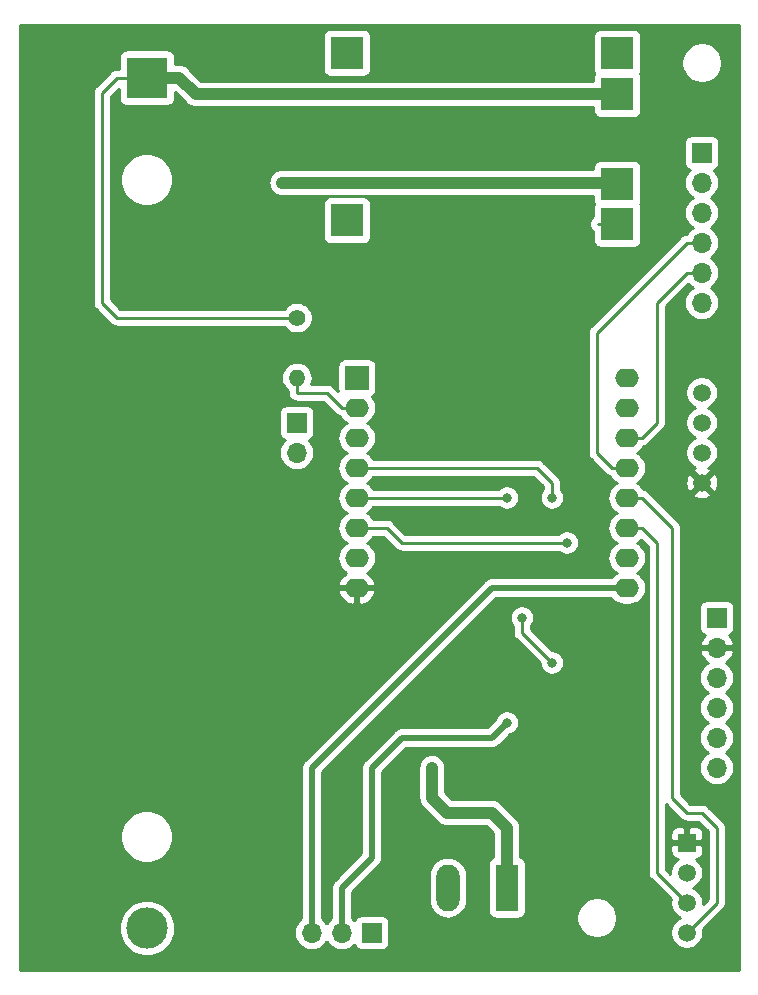
<source format=gbr>
G04 #@! TF.GenerationSoftware,KiCad,Pcbnew,(5.1.4)-1*
G04 #@! TF.CreationDate,2019-10-08T20:05:41+02:00*
G04 #@! TF.ProjectId,weather,77656174-6865-4722-9e6b-696361645f70,rev?*
G04 #@! TF.SameCoordinates,Original*
G04 #@! TF.FileFunction,Copper,L1,Top*
G04 #@! TF.FilePolarity,Positive*
%FSLAX46Y46*%
G04 Gerber Fmt 4.6, Leading zero omitted, Abs format (unit mm)*
G04 Created by KiCad (PCBNEW (5.1.4)-1) date 2019-10-08 20:05:41*
%MOMM*%
%LPD*%
G04 APERTURE LIST*
%ADD10O,1.700000X1.700000*%
%ADD11R,1.700000X1.700000*%
%ADD12C,1.500000*%
%ADD13O,2.000000X1.600000*%
%ADD14R,2.000000X2.000000*%
%ADD15R,3.500000X3.500000*%
%ADD16C,3.500000*%
%ADD17R,1.500000X1.500000*%
%ADD18R,2.800000X2.800000*%
%ADD19O,1.980000X3.960000*%
%ADD20R,1.980000X3.960000*%
%ADD21O,1.400000X1.400000*%
%ADD22C,1.400000*%
%ADD23C,0.800000*%
%ADD24C,1.000000*%
%ADD25C,0.500000*%
%ADD26C,0.250000*%
%ADD27C,0.254000*%
G04 APERTURE END LIST*
D10*
X154940000Y-81280000D03*
X154940000Y-78740000D03*
X154940000Y-76200000D03*
X154940000Y-73660000D03*
X154940000Y-71120000D03*
D11*
X154940000Y-68580000D03*
D10*
X156210000Y-120650000D03*
X156210000Y-118110000D03*
X156210000Y-115570000D03*
X156210000Y-113030000D03*
X156210000Y-110490000D03*
D11*
X156210000Y-107950000D03*
D12*
X154940000Y-96520000D03*
X154940000Y-93980000D03*
X154940000Y-91440000D03*
X154940000Y-88900000D03*
D10*
X120650000Y-93980000D03*
D11*
X120650000Y-91440000D03*
D10*
X121920000Y-134620000D03*
X124460000Y-134620000D03*
D11*
X127000000Y-134620000D03*
D13*
X148590000Y-87630000D03*
X148590000Y-90170000D03*
X148590000Y-92710000D03*
X148590000Y-95250000D03*
X148590000Y-97790000D03*
X148590000Y-100330000D03*
X148590000Y-102870000D03*
X148590000Y-105410000D03*
X125730000Y-105410000D03*
X125730000Y-102870000D03*
X125730000Y-100330000D03*
X125730000Y-97790000D03*
X125730000Y-95250000D03*
X125730000Y-92710000D03*
D14*
X125730000Y-87630000D03*
D13*
X125730000Y-90170000D03*
D15*
X107950000Y-62230000D03*
D16*
X107950000Y-134230000D03*
D12*
X153670000Y-134620000D03*
X153670000Y-132080000D03*
X153670000Y-129540000D03*
D17*
X153670000Y-127000000D03*
D18*
X147790000Y-71220000D03*
X147790000Y-63620000D03*
X147790000Y-74620000D03*
X147790000Y-60120000D03*
X124890000Y-74320000D03*
X124890000Y-60120000D03*
D19*
X133430000Y-130810000D03*
D20*
X138430000Y-130810000D03*
D21*
X120650000Y-87630000D03*
D22*
X120650000Y-82550000D03*
D23*
X132080000Y-120650000D03*
X138430000Y-116840000D03*
X119380000Y-71120000D03*
X143510000Y-101600000D03*
X142240000Y-97790000D03*
X142240000Y-111760000D03*
X139700000Y-107950000D03*
X138430000Y-97790000D03*
D24*
X132080000Y-120650000D02*
X132080000Y-123190000D01*
X132080000Y-123190000D02*
X133350000Y-124460000D01*
X133350000Y-124460000D02*
X137160000Y-124460000D01*
X137160000Y-124460000D02*
X138430000Y-125730000D01*
X138430000Y-125730000D02*
X138430000Y-130810000D01*
X147690000Y-71120000D02*
X147790000Y-71220000D01*
D25*
X148590000Y-105410000D02*
X137160000Y-105410000D01*
X121920000Y-120650000D02*
X121920000Y-134620000D01*
X137160000Y-105410000D02*
X121920000Y-120650000D01*
X138430000Y-116840000D02*
X137160000Y-118110000D01*
X137160000Y-118110000D02*
X129540000Y-118110000D01*
X129540000Y-118110000D02*
X127000000Y-120650000D01*
D24*
X107950000Y-62230000D02*
X110700000Y-62230000D01*
X110700000Y-62230000D02*
X112090000Y-63620000D01*
D26*
X107950000Y-62230000D02*
X105410000Y-62230000D01*
X105410000Y-62230000D02*
X104140000Y-63500000D01*
D24*
X119380000Y-71120000D02*
X147690000Y-71120000D01*
X112090000Y-63620000D02*
X147790000Y-63620000D01*
D26*
X120650000Y-82550000D02*
X105410000Y-82550000D01*
X105410000Y-82550000D02*
X104140000Y-81280000D01*
X104140000Y-81280000D02*
X104140000Y-63500000D01*
X120650000Y-87630000D02*
X120650000Y-88900000D01*
X151130000Y-129540000D02*
X153670000Y-132080000D01*
X156210000Y-132080000D02*
X153670000Y-134620000D01*
X120650000Y-88900000D02*
X123190000Y-88900000D01*
X124460000Y-90170000D02*
X125730000Y-90170000D01*
X123190000Y-88900000D02*
X124460000Y-90170000D01*
D25*
X124460000Y-134620000D02*
X124460000Y-130810000D01*
X124460000Y-130810000D02*
X127000000Y-128270000D01*
X127000000Y-120650000D02*
X127000000Y-128270000D01*
D26*
X148590000Y-100330000D02*
X149860000Y-100330000D01*
X149860000Y-100330000D02*
X151130000Y-101600000D01*
X151130000Y-101600000D02*
X151130000Y-129540000D01*
X148590000Y-97790000D02*
X149860000Y-97790000D01*
X149860000Y-97790000D02*
X152400000Y-100330000D01*
X152400000Y-100330000D02*
X152400000Y-123190000D01*
X152400000Y-123190000D02*
X153670000Y-124460000D01*
X153670000Y-124460000D02*
X154940000Y-124460000D01*
X156210000Y-125730000D02*
X156210000Y-132080000D01*
X154940000Y-124460000D02*
X156210000Y-125730000D01*
X125730000Y-100330000D02*
X128270000Y-100330000D01*
X128270000Y-100330000D02*
X129540000Y-101600000D01*
X129540000Y-101600000D02*
X143510000Y-101600000D01*
X154940000Y-78740000D02*
X153670000Y-78740000D01*
X153670000Y-78740000D02*
X151130000Y-81280000D01*
X151130000Y-81280000D02*
X151130000Y-91440000D01*
X149860000Y-92710000D02*
X148590000Y-92710000D01*
X151130000Y-91440000D02*
X149860000Y-92710000D01*
X154940000Y-76200000D02*
X153670000Y-76200000D01*
X153670000Y-76200000D02*
X146050000Y-83820000D01*
X146050000Y-83820000D02*
X146050000Y-93980000D01*
X147320000Y-95250000D02*
X148590000Y-95250000D01*
X146050000Y-93980000D02*
X147320000Y-95250000D01*
X142240000Y-97790000D02*
X142240000Y-96520000D01*
X140970000Y-95250000D02*
X125730000Y-95250000D01*
X142240000Y-96520000D02*
X140970000Y-95250000D01*
X142240000Y-111760000D02*
X139700000Y-109220000D01*
X139700000Y-109220000D02*
X139700000Y-107950000D01*
X138430000Y-97790000D02*
X125730000Y-97790000D01*
X146140000Y-74620000D02*
X147790000Y-74620000D01*
D27*
G36*
X158090000Y-137770000D02*
G01*
X97180000Y-137770000D01*
X97180000Y-133995098D01*
X105565000Y-133995098D01*
X105565000Y-134464902D01*
X105656654Y-134925679D01*
X105836440Y-135359721D01*
X106097450Y-135750349D01*
X106429651Y-136082550D01*
X106820279Y-136343560D01*
X107254321Y-136523346D01*
X107715098Y-136615000D01*
X108184902Y-136615000D01*
X108645679Y-136523346D01*
X109079721Y-136343560D01*
X109470349Y-136082550D01*
X109802550Y-135750349D01*
X110063560Y-135359721D01*
X110243346Y-134925679D01*
X110304149Y-134620000D01*
X120427815Y-134620000D01*
X120456487Y-134911111D01*
X120541401Y-135191034D01*
X120679294Y-135449014D01*
X120864866Y-135675134D01*
X121090986Y-135860706D01*
X121348966Y-135998599D01*
X121628889Y-136083513D01*
X121847050Y-136105000D01*
X121992950Y-136105000D01*
X122211111Y-136083513D01*
X122491034Y-135998599D01*
X122749014Y-135860706D01*
X122975134Y-135675134D01*
X123160706Y-135449014D01*
X123190000Y-135394209D01*
X123219294Y-135449014D01*
X123404866Y-135675134D01*
X123630986Y-135860706D01*
X123888966Y-135998599D01*
X124168889Y-136083513D01*
X124387050Y-136105000D01*
X124532950Y-136105000D01*
X124751111Y-136083513D01*
X125031034Y-135998599D01*
X125289014Y-135860706D01*
X125515134Y-135675134D01*
X125539607Y-135645313D01*
X125560498Y-135714180D01*
X125619463Y-135824494D01*
X125698815Y-135921185D01*
X125795506Y-136000537D01*
X125905820Y-136059502D01*
X126025518Y-136095812D01*
X126150000Y-136108072D01*
X127850000Y-136108072D01*
X127974482Y-136095812D01*
X128094180Y-136059502D01*
X128204494Y-136000537D01*
X128301185Y-135921185D01*
X128380537Y-135824494D01*
X128439502Y-135714180D01*
X128475812Y-135594482D01*
X128488072Y-135470000D01*
X128488072Y-133770000D01*
X128475812Y-133645518D01*
X128439502Y-133525820D01*
X128380537Y-133415506D01*
X128301185Y-133318815D01*
X128204494Y-133239463D01*
X128094180Y-133180498D01*
X127974482Y-133144188D01*
X127850000Y-133131928D01*
X126150000Y-133131928D01*
X126025518Y-133144188D01*
X125905820Y-133180498D01*
X125795506Y-133239463D01*
X125698815Y-133318815D01*
X125619463Y-133415506D01*
X125560498Y-133525820D01*
X125539607Y-133594687D01*
X125515134Y-133564866D01*
X125345000Y-133425241D01*
X125345000Y-131879823D01*
X131805000Y-131879823D01*
X131828513Y-132118555D01*
X131921432Y-132424868D01*
X132072325Y-132707169D01*
X132275392Y-132954608D01*
X132522830Y-133157675D01*
X132805131Y-133308568D01*
X133111444Y-133401487D01*
X133430000Y-133432862D01*
X133748555Y-133401487D01*
X134054868Y-133308568D01*
X134337169Y-133157675D01*
X134584608Y-132954608D01*
X134787675Y-132707170D01*
X134938568Y-132424869D01*
X135031487Y-132118556D01*
X135055000Y-131879824D01*
X135055000Y-129740176D01*
X135031487Y-129501444D01*
X134938568Y-129195131D01*
X134787675Y-128912830D01*
X134584608Y-128665392D01*
X134337170Y-128462325D01*
X134054869Y-128311432D01*
X133748556Y-128218513D01*
X133430000Y-128187138D01*
X133111445Y-128218513D01*
X132805132Y-128311432D01*
X132522831Y-128462325D01*
X132275393Y-128665392D01*
X132072326Y-128912830D01*
X131921433Y-129195131D01*
X131828514Y-129501444D01*
X131805001Y-129740176D01*
X131805000Y-131879823D01*
X125345000Y-131879823D01*
X125345000Y-131176578D01*
X127595049Y-128926530D01*
X127628817Y-128898817D01*
X127739411Y-128764059D01*
X127821589Y-128610313D01*
X127872195Y-128443490D01*
X127885000Y-128313477D01*
X127885000Y-128313467D01*
X127889281Y-128270001D01*
X127885000Y-128226535D01*
X127885000Y-123190000D01*
X130939509Y-123190000D01*
X130961423Y-123412498D01*
X131026324Y-123626446D01*
X131063675Y-123696324D01*
X131131717Y-123823623D01*
X131273552Y-123996449D01*
X131316860Y-124031991D01*
X132508008Y-125223140D01*
X132543551Y-125266449D01*
X132716377Y-125408284D01*
X132913553Y-125513676D01*
X133077705Y-125563471D01*
X133127500Y-125578577D01*
X133148493Y-125580644D01*
X133294248Y-125595000D01*
X133294255Y-125595000D01*
X133349999Y-125600490D01*
X133405743Y-125595000D01*
X136689869Y-125595000D01*
X137295000Y-126200132D01*
X137295000Y-128210412D01*
X137195820Y-128240498D01*
X137085506Y-128299463D01*
X136988815Y-128378815D01*
X136909463Y-128475506D01*
X136850498Y-128585820D01*
X136814188Y-128705518D01*
X136801928Y-128830000D01*
X136801928Y-132790000D01*
X136814188Y-132914482D01*
X136850498Y-133034180D01*
X136909463Y-133144494D01*
X136988815Y-133241185D01*
X137085506Y-133320537D01*
X137195820Y-133379502D01*
X137315518Y-133415812D01*
X137440000Y-133428072D01*
X139420000Y-133428072D01*
X139544482Y-133415812D01*
X139664180Y-133379502D01*
X139774494Y-133320537D01*
X139871185Y-133241185D01*
X139922122Y-133179117D01*
X144315000Y-133179117D01*
X144315000Y-133520883D01*
X144381675Y-133856081D01*
X144512463Y-134171831D01*
X144702337Y-134455998D01*
X144944002Y-134697663D01*
X145228169Y-134887537D01*
X145543919Y-135018325D01*
X145879117Y-135085000D01*
X146220883Y-135085000D01*
X146556081Y-135018325D01*
X146871831Y-134887537D01*
X147155998Y-134697663D01*
X147397663Y-134455998D01*
X147587537Y-134171831D01*
X147718325Y-133856081D01*
X147785000Y-133520883D01*
X147785000Y-133179117D01*
X147718325Y-132843919D01*
X147587537Y-132528169D01*
X147397663Y-132244002D01*
X147155998Y-132002337D01*
X146871831Y-131812463D01*
X146556081Y-131681675D01*
X146220883Y-131615000D01*
X145879117Y-131615000D01*
X145543919Y-131681675D01*
X145228169Y-131812463D01*
X144944002Y-132002337D01*
X144702337Y-132244002D01*
X144512463Y-132528169D01*
X144381675Y-132843919D01*
X144315000Y-133179117D01*
X139922122Y-133179117D01*
X139950537Y-133144494D01*
X140009502Y-133034180D01*
X140045812Y-132914482D01*
X140058072Y-132790000D01*
X140058072Y-128830000D01*
X140045812Y-128705518D01*
X140009502Y-128585820D01*
X139950537Y-128475506D01*
X139871185Y-128378815D01*
X139774494Y-128299463D01*
X139664180Y-128240498D01*
X139565000Y-128210412D01*
X139565000Y-125785743D01*
X139570490Y-125729999D01*
X139565000Y-125674255D01*
X139565000Y-125674248D01*
X139548577Y-125507501D01*
X139483676Y-125293553D01*
X139378284Y-125096377D01*
X139236449Y-124923551D01*
X139193140Y-124888008D01*
X138001996Y-123696865D01*
X137966449Y-123653551D01*
X137793623Y-123511716D01*
X137596447Y-123406324D01*
X137382499Y-123341423D01*
X137215752Y-123325000D01*
X137215751Y-123325000D01*
X137160000Y-123319509D01*
X137104249Y-123325000D01*
X133820132Y-123325000D01*
X133215000Y-122719869D01*
X133215000Y-120594248D01*
X133198577Y-120427501D01*
X133133676Y-120213553D01*
X133028284Y-120016377D01*
X132886449Y-119843551D01*
X132713623Y-119701716D01*
X132516446Y-119596324D01*
X132302498Y-119531423D01*
X132080000Y-119509509D01*
X131857501Y-119531423D01*
X131643553Y-119596324D01*
X131446377Y-119701716D01*
X131273551Y-119843551D01*
X131131716Y-120016377D01*
X131026324Y-120213554D01*
X130961423Y-120427502D01*
X130945000Y-120594249D01*
X130945001Y-123134239D01*
X130939509Y-123190000D01*
X127885000Y-123190000D01*
X127885000Y-121016578D01*
X129906579Y-118995000D01*
X137116531Y-118995000D01*
X137160000Y-118999281D01*
X137203469Y-118995000D01*
X137203477Y-118995000D01*
X137333490Y-118982195D01*
X137500313Y-118931589D01*
X137654059Y-118849411D01*
X137788817Y-118738817D01*
X137816534Y-118705044D01*
X138675044Y-117846535D01*
X138731898Y-117835226D01*
X138920256Y-117757205D01*
X139089774Y-117643937D01*
X139233937Y-117499774D01*
X139347205Y-117330256D01*
X139425226Y-117141898D01*
X139465000Y-116941939D01*
X139465000Y-116738061D01*
X139425226Y-116538102D01*
X139347205Y-116349744D01*
X139233937Y-116180226D01*
X139089774Y-116036063D01*
X138920256Y-115922795D01*
X138731898Y-115844774D01*
X138531939Y-115805000D01*
X138328061Y-115805000D01*
X138128102Y-115844774D01*
X137939744Y-115922795D01*
X137770226Y-116036063D01*
X137626063Y-116180226D01*
X137512795Y-116349744D01*
X137434774Y-116538102D01*
X137423465Y-116594956D01*
X136793422Y-117225000D01*
X129583465Y-117225000D01*
X129539999Y-117220719D01*
X129496533Y-117225000D01*
X129496523Y-117225000D01*
X129366510Y-117237805D01*
X129199687Y-117288411D01*
X129045941Y-117370589D01*
X129045939Y-117370590D01*
X129045940Y-117370590D01*
X128944953Y-117453468D01*
X128944951Y-117453470D01*
X128911183Y-117481183D01*
X128883470Y-117514951D01*
X126404956Y-119993466D01*
X126371183Y-120021183D01*
X126260589Y-120155942D01*
X126178411Y-120309688D01*
X126127805Y-120476511D01*
X126115000Y-120606524D01*
X126115000Y-120606531D01*
X126110719Y-120650000D01*
X126115000Y-120693469D01*
X126115001Y-127903420D01*
X123864951Y-130153471D01*
X123831184Y-130181183D01*
X123803471Y-130214951D01*
X123803468Y-130214954D01*
X123720590Y-130315941D01*
X123638412Y-130469687D01*
X123587805Y-130636510D01*
X123570719Y-130810000D01*
X123575001Y-130853479D01*
X123575000Y-133425240D01*
X123404866Y-133564866D01*
X123219294Y-133790986D01*
X123190000Y-133845791D01*
X123160706Y-133790986D01*
X122975134Y-133564866D01*
X122805000Y-133425241D01*
X122805000Y-121016578D01*
X135973517Y-107848061D01*
X138665000Y-107848061D01*
X138665000Y-108051939D01*
X138704774Y-108251898D01*
X138782795Y-108440256D01*
X138896063Y-108609774D01*
X138940000Y-108653711D01*
X138940000Y-109182677D01*
X138936324Y-109220000D01*
X138940000Y-109257322D01*
X138940000Y-109257332D01*
X138950997Y-109368985D01*
X138971954Y-109438072D01*
X138994454Y-109512246D01*
X139065026Y-109644276D01*
X139104871Y-109692826D01*
X139159999Y-109760001D01*
X139189003Y-109783804D01*
X141205000Y-111799803D01*
X141205000Y-111861939D01*
X141244774Y-112061898D01*
X141322795Y-112250256D01*
X141436063Y-112419774D01*
X141580226Y-112563937D01*
X141749744Y-112677205D01*
X141938102Y-112755226D01*
X142138061Y-112795000D01*
X142341939Y-112795000D01*
X142541898Y-112755226D01*
X142730256Y-112677205D01*
X142899774Y-112563937D01*
X143043937Y-112419774D01*
X143157205Y-112250256D01*
X143235226Y-112061898D01*
X143275000Y-111861939D01*
X143275000Y-111658061D01*
X143235226Y-111458102D01*
X143157205Y-111269744D01*
X143043937Y-111100226D01*
X142899774Y-110956063D01*
X142730256Y-110842795D01*
X142541898Y-110764774D01*
X142341939Y-110725000D01*
X142279803Y-110725000D01*
X140460000Y-108905199D01*
X140460000Y-108653711D01*
X140503937Y-108609774D01*
X140617205Y-108440256D01*
X140695226Y-108251898D01*
X140735000Y-108051939D01*
X140735000Y-107848061D01*
X140695226Y-107648102D01*
X140617205Y-107459744D01*
X140503937Y-107290226D01*
X140359774Y-107146063D01*
X140190256Y-107032795D01*
X140001898Y-106954774D01*
X139801939Y-106915000D01*
X139598061Y-106915000D01*
X139398102Y-106954774D01*
X139209744Y-107032795D01*
X139040226Y-107146063D01*
X138896063Y-107290226D01*
X138782795Y-107459744D01*
X138704774Y-107648102D01*
X138665000Y-107848061D01*
X135973517Y-107848061D01*
X137526579Y-106295000D01*
X147259922Y-106295000D01*
X147370392Y-106429608D01*
X147588899Y-106608932D01*
X147838192Y-106742182D01*
X148108691Y-106824236D01*
X148319508Y-106845000D01*
X148860492Y-106845000D01*
X149071309Y-106824236D01*
X149341808Y-106742182D01*
X149591101Y-106608932D01*
X149809608Y-106429608D01*
X149988932Y-106211101D01*
X150122182Y-105961808D01*
X150204236Y-105691309D01*
X150231943Y-105410000D01*
X150204236Y-105128691D01*
X150122182Y-104858192D01*
X149988932Y-104608899D01*
X149809608Y-104390392D01*
X149591101Y-104211068D01*
X149458142Y-104140000D01*
X149591101Y-104068932D01*
X149809608Y-103889608D01*
X149988932Y-103671101D01*
X150122182Y-103421808D01*
X150204236Y-103151309D01*
X150231943Y-102870000D01*
X150204236Y-102588691D01*
X150122182Y-102318192D01*
X149988932Y-102068899D01*
X149809608Y-101850392D01*
X149591101Y-101671068D01*
X149458142Y-101600000D01*
X149591101Y-101528932D01*
X149806971Y-101351772D01*
X150370000Y-101914802D01*
X150370001Y-129502667D01*
X150366324Y-129540000D01*
X150370001Y-129577333D01*
X150379760Y-129676411D01*
X150380998Y-129688985D01*
X150424454Y-129832246D01*
X150495026Y-129964276D01*
X150566201Y-130051002D01*
X150590000Y-130080001D01*
X150618998Y-130103799D01*
X152313833Y-131798636D01*
X152285000Y-131943589D01*
X152285000Y-132216411D01*
X152338225Y-132483989D01*
X152442629Y-132736043D01*
X152594201Y-132962886D01*
X152787114Y-133155799D01*
X153013957Y-133307371D01*
X153116873Y-133350000D01*
X153013957Y-133392629D01*
X152787114Y-133544201D01*
X152594201Y-133737114D01*
X152442629Y-133963957D01*
X152338225Y-134216011D01*
X152285000Y-134483589D01*
X152285000Y-134756411D01*
X152338225Y-135023989D01*
X152442629Y-135276043D01*
X152594201Y-135502886D01*
X152787114Y-135695799D01*
X153013957Y-135847371D01*
X153266011Y-135951775D01*
X153533589Y-136005000D01*
X153806411Y-136005000D01*
X154073989Y-135951775D01*
X154326043Y-135847371D01*
X154552886Y-135695799D01*
X154745799Y-135502886D01*
X154897371Y-135276043D01*
X155001775Y-135023989D01*
X155055000Y-134756411D01*
X155055000Y-134483589D01*
X155026167Y-134338635D01*
X156721008Y-132643795D01*
X156750001Y-132620001D01*
X156773795Y-132591008D01*
X156773799Y-132591004D01*
X156844973Y-132504277D01*
X156844974Y-132504276D01*
X156915546Y-132372247D01*
X156959003Y-132228986D01*
X156970000Y-132117333D01*
X156970000Y-132117324D01*
X156973676Y-132080001D01*
X156970000Y-132042678D01*
X156970000Y-125767322D01*
X156973676Y-125729999D01*
X156970000Y-125692676D01*
X156970000Y-125692667D01*
X156959003Y-125581014D01*
X156915546Y-125437753D01*
X156844974Y-125305724D01*
X156750001Y-125189999D01*
X156721004Y-125166202D01*
X155503804Y-123949003D01*
X155480001Y-123919999D01*
X155364276Y-123825026D01*
X155232247Y-123754454D01*
X155088986Y-123710997D01*
X154977333Y-123700000D01*
X154977322Y-123700000D01*
X154940000Y-123696324D01*
X154902678Y-123700000D01*
X153984802Y-123700000D01*
X153160000Y-122875199D01*
X153160000Y-113030000D01*
X154717815Y-113030000D01*
X154746487Y-113321111D01*
X154831401Y-113601034D01*
X154969294Y-113859014D01*
X155154866Y-114085134D01*
X155380986Y-114270706D01*
X155435791Y-114300000D01*
X155380986Y-114329294D01*
X155154866Y-114514866D01*
X154969294Y-114740986D01*
X154831401Y-114998966D01*
X154746487Y-115278889D01*
X154717815Y-115570000D01*
X154746487Y-115861111D01*
X154831401Y-116141034D01*
X154969294Y-116399014D01*
X155154866Y-116625134D01*
X155380986Y-116810706D01*
X155435791Y-116840000D01*
X155380986Y-116869294D01*
X155154866Y-117054866D01*
X154969294Y-117280986D01*
X154831401Y-117538966D01*
X154746487Y-117818889D01*
X154717815Y-118110000D01*
X154746487Y-118401111D01*
X154831401Y-118681034D01*
X154969294Y-118939014D01*
X155154866Y-119165134D01*
X155380986Y-119350706D01*
X155435791Y-119380000D01*
X155380986Y-119409294D01*
X155154866Y-119594866D01*
X154969294Y-119820986D01*
X154831401Y-120078966D01*
X154746487Y-120358889D01*
X154717815Y-120650000D01*
X154746487Y-120941111D01*
X154831401Y-121221034D01*
X154969294Y-121479014D01*
X155154866Y-121705134D01*
X155380986Y-121890706D01*
X155638966Y-122028599D01*
X155918889Y-122113513D01*
X156137050Y-122135000D01*
X156282950Y-122135000D01*
X156501111Y-122113513D01*
X156781034Y-122028599D01*
X157039014Y-121890706D01*
X157265134Y-121705134D01*
X157450706Y-121479014D01*
X157588599Y-121221034D01*
X157673513Y-120941111D01*
X157702185Y-120650000D01*
X157673513Y-120358889D01*
X157588599Y-120078966D01*
X157450706Y-119820986D01*
X157265134Y-119594866D01*
X157039014Y-119409294D01*
X156984209Y-119380000D01*
X157039014Y-119350706D01*
X157265134Y-119165134D01*
X157450706Y-118939014D01*
X157588599Y-118681034D01*
X157673513Y-118401111D01*
X157702185Y-118110000D01*
X157673513Y-117818889D01*
X157588599Y-117538966D01*
X157450706Y-117280986D01*
X157265134Y-117054866D01*
X157039014Y-116869294D01*
X156984209Y-116840000D01*
X157039014Y-116810706D01*
X157265134Y-116625134D01*
X157450706Y-116399014D01*
X157588599Y-116141034D01*
X157673513Y-115861111D01*
X157702185Y-115570000D01*
X157673513Y-115278889D01*
X157588599Y-114998966D01*
X157450706Y-114740986D01*
X157265134Y-114514866D01*
X157039014Y-114329294D01*
X156984209Y-114300000D01*
X157039014Y-114270706D01*
X157265134Y-114085134D01*
X157450706Y-113859014D01*
X157588599Y-113601034D01*
X157673513Y-113321111D01*
X157702185Y-113030000D01*
X157673513Y-112738889D01*
X157588599Y-112458966D01*
X157450706Y-112200986D01*
X157265134Y-111974866D01*
X157039014Y-111789294D01*
X156974477Y-111754799D01*
X157091355Y-111685178D01*
X157307588Y-111490269D01*
X157481641Y-111256920D01*
X157606825Y-110994099D01*
X157651476Y-110846890D01*
X157530155Y-110617000D01*
X156337000Y-110617000D01*
X156337000Y-110637000D01*
X156083000Y-110637000D01*
X156083000Y-110617000D01*
X154889845Y-110617000D01*
X154768524Y-110846890D01*
X154813175Y-110994099D01*
X154938359Y-111256920D01*
X155112412Y-111490269D01*
X155328645Y-111685178D01*
X155445523Y-111754799D01*
X155380986Y-111789294D01*
X155154866Y-111974866D01*
X154969294Y-112200986D01*
X154831401Y-112458966D01*
X154746487Y-112738889D01*
X154717815Y-113030000D01*
X153160000Y-113030000D01*
X153160000Y-107100000D01*
X154721928Y-107100000D01*
X154721928Y-108800000D01*
X154734188Y-108924482D01*
X154770498Y-109044180D01*
X154829463Y-109154494D01*
X154908815Y-109251185D01*
X155005506Y-109330537D01*
X155115820Y-109389502D01*
X155196466Y-109413966D01*
X155112412Y-109489731D01*
X154938359Y-109723080D01*
X154813175Y-109985901D01*
X154768524Y-110133110D01*
X154889845Y-110363000D01*
X156083000Y-110363000D01*
X156083000Y-110343000D01*
X156337000Y-110343000D01*
X156337000Y-110363000D01*
X157530155Y-110363000D01*
X157651476Y-110133110D01*
X157606825Y-109985901D01*
X157481641Y-109723080D01*
X157307588Y-109489731D01*
X157223534Y-109413966D01*
X157304180Y-109389502D01*
X157414494Y-109330537D01*
X157511185Y-109251185D01*
X157590537Y-109154494D01*
X157649502Y-109044180D01*
X157685812Y-108924482D01*
X157698072Y-108800000D01*
X157698072Y-107100000D01*
X157685812Y-106975518D01*
X157649502Y-106855820D01*
X157590537Y-106745506D01*
X157511185Y-106648815D01*
X157414494Y-106569463D01*
X157304180Y-106510498D01*
X157184482Y-106474188D01*
X157060000Y-106461928D01*
X155360000Y-106461928D01*
X155235518Y-106474188D01*
X155115820Y-106510498D01*
X155005506Y-106569463D01*
X154908815Y-106648815D01*
X154829463Y-106745506D01*
X154770498Y-106855820D01*
X154734188Y-106975518D01*
X154721928Y-107100000D01*
X153160000Y-107100000D01*
X153160000Y-100367322D01*
X153163676Y-100329999D01*
X153160000Y-100292676D01*
X153160000Y-100292667D01*
X153149003Y-100181014D01*
X153105546Y-100037753D01*
X153034974Y-99905724D01*
X153021811Y-99889685D01*
X152963799Y-99818996D01*
X152963795Y-99818992D01*
X152940001Y-99789999D01*
X152911009Y-99766206D01*
X150621795Y-97476993D01*
X154162612Y-97476993D01*
X154228137Y-97715860D01*
X154475116Y-97831760D01*
X154739960Y-97897250D01*
X155012492Y-97909812D01*
X155282238Y-97868965D01*
X155538832Y-97776277D01*
X155651863Y-97715860D01*
X155717388Y-97476993D01*
X154940000Y-96699605D01*
X154162612Y-97476993D01*
X150621795Y-97476993D01*
X150423804Y-97279003D01*
X150400001Y-97249999D01*
X150284276Y-97155026D01*
X150152247Y-97084454D01*
X150018287Y-97043818D01*
X149988932Y-96988899D01*
X149809608Y-96770392D01*
X149592837Y-96592492D01*
X153550188Y-96592492D01*
X153591035Y-96862238D01*
X153683723Y-97118832D01*
X153744140Y-97231863D01*
X153983007Y-97297388D01*
X154760395Y-96520000D01*
X155119605Y-96520000D01*
X155896993Y-97297388D01*
X156135860Y-97231863D01*
X156251760Y-96984884D01*
X156317250Y-96720040D01*
X156329812Y-96447508D01*
X156288965Y-96177762D01*
X156196277Y-95921168D01*
X156135860Y-95808137D01*
X155896993Y-95742612D01*
X155119605Y-96520000D01*
X154760395Y-96520000D01*
X153983007Y-95742612D01*
X153744140Y-95808137D01*
X153628240Y-96055116D01*
X153562750Y-96319960D01*
X153550188Y-96592492D01*
X149592837Y-96592492D01*
X149591101Y-96591068D01*
X149458142Y-96520000D01*
X149591101Y-96448932D01*
X149809608Y-96269608D01*
X149988932Y-96051101D01*
X150122182Y-95801808D01*
X150204236Y-95531309D01*
X150231943Y-95250000D01*
X150204236Y-94968691D01*
X150122182Y-94698192D01*
X149988932Y-94448899D01*
X149809608Y-94230392D01*
X149591101Y-94051068D01*
X149458142Y-93980000D01*
X149591101Y-93908932D01*
X149809608Y-93729608D01*
X149988932Y-93511101D01*
X150018287Y-93456182D01*
X150152247Y-93415546D01*
X150284276Y-93344974D01*
X150400001Y-93250001D01*
X150423804Y-93220997D01*
X151641003Y-92003799D01*
X151670001Y-91980001D01*
X151764974Y-91864276D01*
X151835546Y-91732247D01*
X151879003Y-91588986D01*
X151890000Y-91477333D01*
X151890000Y-91477324D01*
X151893676Y-91440001D01*
X151890000Y-91402678D01*
X151890000Y-88763589D01*
X153555000Y-88763589D01*
X153555000Y-89036411D01*
X153608225Y-89303989D01*
X153712629Y-89556043D01*
X153864201Y-89782886D01*
X154057114Y-89975799D01*
X154283957Y-90127371D01*
X154386873Y-90170000D01*
X154283957Y-90212629D01*
X154057114Y-90364201D01*
X153864201Y-90557114D01*
X153712629Y-90783957D01*
X153608225Y-91036011D01*
X153555000Y-91303589D01*
X153555000Y-91576411D01*
X153608225Y-91843989D01*
X153712629Y-92096043D01*
X153864201Y-92322886D01*
X154057114Y-92515799D01*
X154283957Y-92667371D01*
X154386873Y-92710000D01*
X154283957Y-92752629D01*
X154057114Y-92904201D01*
X153864201Y-93097114D01*
X153712629Y-93323957D01*
X153608225Y-93576011D01*
X153555000Y-93843589D01*
X153555000Y-94116411D01*
X153608225Y-94383989D01*
X153712629Y-94636043D01*
X153864201Y-94862886D01*
X154057114Y-95055799D01*
X154283957Y-95207371D01*
X154383279Y-95248511D01*
X154341168Y-95263723D01*
X154228137Y-95324140D01*
X154162612Y-95563007D01*
X154940000Y-96340395D01*
X155717388Y-95563007D01*
X155651863Y-95324140D01*
X155493523Y-95249836D01*
X155596043Y-95207371D01*
X155822886Y-95055799D01*
X156015799Y-94862886D01*
X156167371Y-94636043D01*
X156271775Y-94383989D01*
X156325000Y-94116411D01*
X156325000Y-93843589D01*
X156271775Y-93576011D01*
X156167371Y-93323957D01*
X156015799Y-93097114D01*
X155822886Y-92904201D01*
X155596043Y-92752629D01*
X155493127Y-92710000D01*
X155596043Y-92667371D01*
X155822886Y-92515799D01*
X156015799Y-92322886D01*
X156167371Y-92096043D01*
X156271775Y-91843989D01*
X156325000Y-91576411D01*
X156325000Y-91303589D01*
X156271775Y-91036011D01*
X156167371Y-90783957D01*
X156015799Y-90557114D01*
X155822886Y-90364201D01*
X155596043Y-90212629D01*
X155493127Y-90170000D01*
X155596043Y-90127371D01*
X155822886Y-89975799D01*
X156015799Y-89782886D01*
X156167371Y-89556043D01*
X156271775Y-89303989D01*
X156325000Y-89036411D01*
X156325000Y-88763589D01*
X156271775Y-88496011D01*
X156167371Y-88243957D01*
X156015799Y-88017114D01*
X155822886Y-87824201D01*
X155596043Y-87672629D01*
X155343989Y-87568225D01*
X155076411Y-87515000D01*
X154803589Y-87515000D01*
X154536011Y-87568225D01*
X154283957Y-87672629D01*
X154057114Y-87824201D01*
X153864201Y-88017114D01*
X153712629Y-88243957D01*
X153608225Y-88496011D01*
X153555000Y-88763589D01*
X151890000Y-88763589D01*
X151890000Y-81594801D01*
X153796880Y-79687923D01*
X153884866Y-79795134D01*
X154110986Y-79980706D01*
X154165791Y-80010000D01*
X154110986Y-80039294D01*
X153884866Y-80224866D01*
X153699294Y-80450986D01*
X153561401Y-80708966D01*
X153476487Y-80988889D01*
X153447815Y-81280000D01*
X153476487Y-81571111D01*
X153561401Y-81851034D01*
X153699294Y-82109014D01*
X153884866Y-82335134D01*
X154110986Y-82520706D01*
X154368966Y-82658599D01*
X154648889Y-82743513D01*
X154867050Y-82765000D01*
X155012950Y-82765000D01*
X155231111Y-82743513D01*
X155511034Y-82658599D01*
X155769014Y-82520706D01*
X155995134Y-82335134D01*
X156180706Y-82109014D01*
X156318599Y-81851034D01*
X156403513Y-81571111D01*
X156432185Y-81280000D01*
X156403513Y-80988889D01*
X156318599Y-80708966D01*
X156180706Y-80450986D01*
X155995134Y-80224866D01*
X155769014Y-80039294D01*
X155714209Y-80010000D01*
X155769014Y-79980706D01*
X155995134Y-79795134D01*
X156180706Y-79569014D01*
X156318599Y-79311034D01*
X156403513Y-79031111D01*
X156432185Y-78740000D01*
X156403513Y-78448889D01*
X156318599Y-78168966D01*
X156180706Y-77910986D01*
X155995134Y-77684866D01*
X155769014Y-77499294D01*
X155714209Y-77470000D01*
X155769014Y-77440706D01*
X155995134Y-77255134D01*
X156180706Y-77029014D01*
X156318599Y-76771034D01*
X156403513Y-76491111D01*
X156432185Y-76200000D01*
X156403513Y-75908889D01*
X156318599Y-75628966D01*
X156180706Y-75370986D01*
X155995134Y-75144866D01*
X155769014Y-74959294D01*
X155714209Y-74930000D01*
X155769014Y-74900706D01*
X155995134Y-74715134D01*
X156180706Y-74489014D01*
X156318599Y-74231034D01*
X156403513Y-73951111D01*
X156432185Y-73660000D01*
X156403513Y-73368889D01*
X156318599Y-73088966D01*
X156180706Y-72830986D01*
X155995134Y-72604866D01*
X155769014Y-72419294D01*
X155714209Y-72390000D01*
X155769014Y-72360706D01*
X155995134Y-72175134D01*
X156180706Y-71949014D01*
X156318599Y-71691034D01*
X156403513Y-71411111D01*
X156432185Y-71120000D01*
X156403513Y-70828889D01*
X156318599Y-70548966D01*
X156180706Y-70290986D01*
X155995134Y-70064866D01*
X155965313Y-70040393D01*
X156034180Y-70019502D01*
X156144494Y-69960537D01*
X156241185Y-69881185D01*
X156320537Y-69784494D01*
X156379502Y-69674180D01*
X156415812Y-69554482D01*
X156428072Y-69430000D01*
X156428072Y-67730000D01*
X156415812Y-67605518D01*
X156379502Y-67485820D01*
X156320537Y-67375506D01*
X156241185Y-67278815D01*
X156144494Y-67199463D01*
X156034180Y-67140498D01*
X155914482Y-67104188D01*
X155790000Y-67091928D01*
X154090000Y-67091928D01*
X153965518Y-67104188D01*
X153845820Y-67140498D01*
X153735506Y-67199463D01*
X153638815Y-67278815D01*
X153559463Y-67375506D01*
X153500498Y-67485820D01*
X153464188Y-67605518D01*
X153451928Y-67730000D01*
X153451928Y-69430000D01*
X153464188Y-69554482D01*
X153500498Y-69674180D01*
X153559463Y-69784494D01*
X153638815Y-69881185D01*
X153735506Y-69960537D01*
X153845820Y-70019502D01*
X153914687Y-70040393D01*
X153884866Y-70064866D01*
X153699294Y-70290986D01*
X153561401Y-70548966D01*
X153476487Y-70828889D01*
X153447815Y-71120000D01*
X153476487Y-71411111D01*
X153561401Y-71691034D01*
X153699294Y-71949014D01*
X153884866Y-72175134D01*
X154110986Y-72360706D01*
X154165791Y-72390000D01*
X154110986Y-72419294D01*
X153884866Y-72604866D01*
X153699294Y-72830986D01*
X153561401Y-73088966D01*
X153476487Y-73368889D01*
X153447815Y-73660000D01*
X153476487Y-73951111D01*
X153561401Y-74231034D01*
X153699294Y-74489014D01*
X153884866Y-74715134D01*
X154110986Y-74900706D01*
X154165791Y-74930000D01*
X154110986Y-74959294D01*
X153884866Y-75144866D01*
X153699294Y-75370986D01*
X153664057Y-75436909D01*
X153632676Y-75440000D01*
X153632667Y-75440000D01*
X153521014Y-75450997D01*
X153377753Y-75494454D01*
X153245724Y-75565026D01*
X153129999Y-75659999D01*
X153106201Y-75688997D01*
X145539003Y-83256196D01*
X145509999Y-83279999D01*
X145454871Y-83347174D01*
X145415026Y-83395724D01*
X145412199Y-83401013D01*
X145344454Y-83527754D01*
X145300997Y-83671015D01*
X145290000Y-83782668D01*
X145290000Y-83782678D01*
X145286324Y-83820000D01*
X145290000Y-83857322D01*
X145290001Y-93942668D01*
X145286324Y-93980000D01*
X145290001Y-94017333D01*
X145299760Y-94116411D01*
X145300998Y-94128985D01*
X145344454Y-94272246D01*
X145415026Y-94404276D01*
X145451648Y-94448899D01*
X145510000Y-94520001D01*
X145538998Y-94543799D01*
X146756200Y-95761002D01*
X146779999Y-95790001D01*
X146895724Y-95884974D01*
X147027753Y-95955546D01*
X147161713Y-95996182D01*
X147191068Y-96051101D01*
X147370392Y-96269608D01*
X147588899Y-96448932D01*
X147721858Y-96520000D01*
X147588899Y-96591068D01*
X147370392Y-96770392D01*
X147191068Y-96988899D01*
X147057818Y-97238192D01*
X146975764Y-97508691D01*
X146948057Y-97790000D01*
X146975764Y-98071309D01*
X147057818Y-98341808D01*
X147191068Y-98591101D01*
X147370392Y-98809608D01*
X147588899Y-98988932D01*
X147721858Y-99060000D01*
X147588899Y-99131068D01*
X147370392Y-99310392D01*
X147191068Y-99528899D01*
X147057818Y-99778192D01*
X146975764Y-100048691D01*
X146948057Y-100330000D01*
X146975764Y-100611309D01*
X147057818Y-100881808D01*
X147191068Y-101131101D01*
X147370392Y-101349608D01*
X147588899Y-101528932D01*
X147721858Y-101600000D01*
X147588899Y-101671068D01*
X147370392Y-101850392D01*
X147191068Y-102068899D01*
X147057818Y-102318192D01*
X146975764Y-102588691D01*
X146948057Y-102870000D01*
X146975764Y-103151309D01*
X147057818Y-103421808D01*
X147191068Y-103671101D01*
X147370392Y-103889608D01*
X147588899Y-104068932D01*
X147721858Y-104140000D01*
X147588899Y-104211068D01*
X147370392Y-104390392D01*
X147259922Y-104525000D01*
X137203469Y-104525000D01*
X137160000Y-104520719D01*
X137116531Y-104525000D01*
X137116523Y-104525000D01*
X136986510Y-104537805D01*
X136819686Y-104588411D01*
X136665941Y-104670589D01*
X136564953Y-104753468D01*
X136564951Y-104753470D01*
X136531183Y-104781183D01*
X136503470Y-104814951D01*
X121324956Y-119993466D01*
X121291183Y-120021183D01*
X121180589Y-120155942D01*
X121098411Y-120309688D01*
X121047805Y-120476511D01*
X121035000Y-120606524D01*
X121035000Y-120606531D01*
X121030719Y-120650000D01*
X121035000Y-120693469D01*
X121035001Y-133425240D01*
X120864866Y-133564866D01*
X120679294Y-133790986D01*
X120541401Y-134048966D01*
X120456487Y-134328889D01*
X120427815Y-134620000D01*
X110304149Y-134620000D01*
X110335000Y-134464902D01*
X110335000Y-133995098D01*
X110243346Y-133534321D01*
X110063560Y-133100279D01*
X109802550Y-132709651D01*
X109470349Y-132377450D01*
X109079721Y-132116440D01*
X108645679Y-131936654D01*
X108184902Y-131845000D01*
X107715098Y-131845000D01*
X107254321Y-131936654D01*
X106820279Y-132116440D01*
X106429651Y-132377450D01*
X106097450Y-132709651D01*
X105836440Y-133100279D01*
X105656654Y-133534321D01*
X105565000Y-133995098D01*
X97180000Y-133995098D01*
X97180000Y-126264872D01*
X105715000Y-126264872D01*
X105715000Y-126705128D01*
X105800890Y-127136925D01*
X105969369Y-127543669D01*
X106213962Y-127909729D01*
X106525271Y-128221038D01*
X106891331Y-128465631D01*
X107298075Y-128634110D01*
X107729872Y-128720000D01*
X108170128Y-128720000D01*
X108601925Y-128634110D01*
X109008669Y-128465631D01*
X109374729Y-128221038D01*
X109686038Y-127909729D01*
X109930631Y-127543669D01*
X110099110Y-127136925D01*
X110185000Y-126705128D01*
X110185000Y-126264872D01*
X110099110Y-125833075D01*
X109930631Y-125426331D01*
X109686038Y-125060271D01*
X109374729Y-124748962D01*
X109008669Y-124504369D01*
X108601925Y-124335890D01*
X108170128Y-124250000D01*
X107729872Y-124250000D01*
X107298075Y-124335890D01*
X106891331Y-124504369D01*
X106525271Y-124748962D01*
X106213962Y-125060271D01*
X105969369Y-125426331D01*
X105800890Y-125833075D01*
X105715000Y-126264872D01*
X97180000Y-126264872D01*
X97180000Y-105759039D01*
X124138096Y-105759039D01*
X124148556Y-105816730D01*
X124254449Y-106078421D01*
X124409361Y-106314425D01*
X124607338Y-106515673D01*
X124840773Y-106674430D01*
X125100694Y-106784596D01*
X125377113Y-106841937D01*
X125603000Y-106689474D01*
X125603000Y-105537000D01*
X125857000Y-105537000D01*
X125857000Y-106689474D01*
X126082887Y-106841937D01*
X126359306Y-106784596D01*
X126619227Y-106674430D01*
X126852662Y-106515673D01*
X127050639Y-106314425D01*
X127205551Y-106078421D01*
X127311444Y-105816730D01*
X127321904Y-105759039D01*
X127199915Y-105537000D01*
X125857000Y-105537000D01*
X125603000Y-105537000D01*
X124260085Y-105537000D01*
X124138096Y-105759039D01*
X97180000Y-105759039D01*
X97180000Y-93980000D01*
X119157815Y-93980000D01*
X119186487Y-94271111D01*
X119271401Y-94551034D01*
X119409294Y-94809014D01*
X119594866Y-95035134D01*
X119820986Y-95220706D01*
X120078966Y-95358599D01*
X120358889Y-95443513D01*
X120577050Y-95465000D01*
X120722950Y-95465000D01*
X120941111Y-95443513D01*
X121221034Y-95358599D01*
X121479014Y-95220706D01*
X121705134Y-95035134D01*
X121890706Y-94809014D01*
X122028599Y-94551034D01*
X122113513Y-94271111D01*
X122142185Y-93980000D01*
X122113513Y-93688889D01*
X122028599Y-93408966D01*
X121890706Y-93150986D01*
X121705134Y-92924866D01*
X121675313Y-92900393D01*
X121744180Y-92879502D01*
X121854494Y-92820537D01*
X121951185Y-92741185D01*
X122030537Y-92644494D01*
X122089502Y-92534180D01*
X122125812Y-92414482D01*
X122138072Y-92290000D01*
X122138072Y-90590000D01*
X122125812Y-90465518D01*
X122089502Y-90345820D01*
X122030537Y-90235506D01*
X121951185Y-90138815D01*
X121854494Y-90059463D01*
X121744180Y-90000498D01*
X121624482Y-89964188D01*
X121500000Y-89951928D01*
X119800000Y-89951928D01*
X119675518Y-89964188D01*
X119555820Y-90000498D01*
X119445506Y-90059463D01*
X119348815Y-90138815D01*
X119269463Y-90235506D01*
X119210498Y-90345820D01*
X119174188Y-90465518D01*
X119161928Y-90590000D01*
X119161928Y-92290000D01*
X119174188Y-92414482D01*
X119210498Y-92534180D01*
X119269463Y-92644494D01*
X119348815Y-92741185D01*
X119445506Y-92820537D01*
X119555820Y-92879502D01*
X119624687Y-92900393D01*
X119594866Y-92924866D01*
X119409294Y-93150986D01*
X119271401Y-93408966D01*
X119186487Y-93688889D01*
X119157815Y-93980000D01*
X97180000Y-93980000D01*
X97180000Y-87630000D01*
X119308541Y-87630000D01*
X119334317Y-87891706D01*
X119410653Y-88143354D01*
X119534618Y-88375275D01*
X119701445Y-88578555D01*
X119890001Y-88733298D01*
X119890001Y-88862658D01*
X119886323Y-88900000D01*
X119900997Y-89048986D01*
X119944454Y-89192247D01*
X120015026Y-89324276D01*
X120109999Y-89440001D01*
X120225724Y-89534974D01*
X120357753Y-89605546D01*
X120501014Y-89649003D01*
X120612667Y-89660000D01*
X120650000Y-89663677D01*
X120687333Y-89660000D01*
X122875199Y-89660000D01*
X123896201Y-90681003D01*
X123919999Y-90710001D01*
X124035724Y-90804974D01*
X124167753Y-90875546D01*
X124301713Y-90916182D01*
X124331068Y-90971101D01*
X124510392Y-91189608D01*
X124728899Y-91368932D01*
X124861858Y-91440000D01*
X124728899Y-91511068D01*
X124510392Y-91690392D01*
X124331068Y-91908899D01*
X124197818Y-92158192D01*
X124115764Y-92428691D01*
X124088057Y-92710000D01*
X124115764Y-92991309D01*
X124197818Y-93261808D01*
X124331068Y-93511101D01*
X124510392Y-93729608D01*
X124728899Y-93908932D01*
X124861858Y-93980000D01*
X124728899Y-94051068D01*
X124510392Y-94230392D01*
X124331068Y-94448899D01*
X124197818Y-94698192D01*
X124115764Y-94968691D01*
X124088057Y-95250000D01*
X124115764Y-95531309D01*
X124197818Y-95801808D01*
X124331068Y-96051101D01*
X124510392Y-96269608D01*
X124728899Y-96448932D01*
X124861858Y-96520000D01*
X124728899Y-96591068D01*
X124510392Y-96770392D01*
X124331068Y-96988899D01*
X124197818Y-97238192D01*
X124115764Y-97508691D01*
X124088057Y-97790000D01*
X124115764Y-98071309D01*
X124197818Y-98341808D01*
X124331068Y-98591101D01*
X124510392Y-98809608D01*
X124728899Y-98988932D01*
X124861858Y-99060000D01*
X124728899Y-99131068D01*
X124510392Y-99310392D01*
X124331068Y-99528899D01*
X124197818Y-99778192D01*
X124115764Y-100048691D01*
X124088057Y-100330000D01*
X124115764Y-100611309D01*
X124197818Y-100881808D01*
X124331068Y-101131101D01*
X124510392Y-101349608D01*
X124728899Y-101528932D01*
X124861858Y-101600000D01*
X124728899Y-101671068D01*
X124510392Y-101850392D01*
X124331068Y-102068899D01*
X124197818Y-102318192D01*
X124115764Y-102588691D01*
X124088057Y-102870000D01*
X124115764Y-103151309D01*
X124197818Y-103421808D01*
X124331068Y-103671101D01*
X124510392Y-103889608D01*
X124728899Y-104068932D01*
X124858345Y-104138122D01*
X124840773Y-104145570D01*
X124607338Y-104304327D01*
X124409361Y-104505575D01*
X124254449Y-104741579D01*
X124148556Y-105003270D01*
X124138096Y-105060961D01*
X124260085Y-105283000D01*
X125603000Y-105283000D01*
X125603000Y-105263000D01*
X125857000Y-105263000D01*
X125857000Y-105283000D01*
X127199915Y-105283000D01*
X127321904Y-105060961D01*
X127311444Y-105003270D01*
X127205551Y-104741579D01*
X127050639Y-104505575D01*
X126852662Y-104304327D01*
X126619227Y-104145570D01*
X126601655Y-104138122D01*
X126731101Y-104068932D01*
X126949608Y-103889608D01*
X127128932Y-103671101D01*
X127262182Y-103421808D01*
X127344236Y-103151309D01*
X127371943Y-102870000D01*
X127344236Y-102588691D01*
X127262182Y-102318192D01*
X127128932Y-102068899D01*
X126949608Y-101850392D01*
X126731101Y-101671068D01*
X126598142Y-101600000D01*
X126731101Y-101528932D01*
X126949608Y-101349608D01*
X127128932Y-101131101D01*
X127150901Y-101090000D01*
X127955199Y-101090000D01*
X128976201Y-102111003D01*
X128999999Y-102140001D01*
X129115724Y-102234974D01*
X129247753Y-102305546D01*
X129391014Y-102349003D01*
X129502667Y-102360000D01*
X129502676Y-102360000D01*
X129539999Y-102363676D01*
X129577322Y-102360000D01*
X142806289Y-102360000D01*
X142850226Y-102403937D01*
X143019744Y-102517205D01*
X143208102Y-102595226D01*
X143408061Y-102635000D01*
X143611939Y-102635000D01*
X143811898Y-102595226D01*
X144000256Y-102517205D01*
X144169774Y-102403937D01*
X144313937Y-102259774D01*
X144427205Y-102090256D01*
X144505226Y-101901898D01*
X144545000Y-101701939D01*
X144545000Y-101498061D01*
X144505226Y-101298102D01*
X144427205Y-101109744D01*
X144313937Y-100940226D01*
X144169774Y-100796063D01*
X144000256Y-100682795D01*
X143811898Y-100604774D01*
X143611939Y-100565000D01*
X143408061Y-100565000D01*
X143208102Y-100604774D01*
X143019744Y-100682795D01*
X142850226Y-100796063D01*
X142806289Y-100840000D01*
X129854802Y-100840000D01*
X128833804Y-99819003D01*
X128810001Y-99789999D01*
X128694276Y-99695026D01*
X128562247Y-99624454D01*
X128418986Y-99580997D01*
X128307333Y-99570000D01*
X128307322Y-99570000D01*
X128270000Y-99566324D01*
X128232678Y-99570000D01*
X127150901Y-99570000D01*
X127128932Y-99528899D01*
X126949608Y-99310392D01*
X126731101Y-99131068D01*
X126598142Y-99060000D01*
X126731101Y-98988932D01*
X126949608Y-98809608D01*
X127128932Y-98591101D01*
X127150901Y-98550000D01*
X137726289Y-98550000D01*
X137770226Y-98593937D01*
X137939744Y-98707205D01*
X138128102Y-98785226D01*
X138328061Y-98825000D01*
X138531939Y-98825000D01*
X138731898Y-98785226D01*
X138920256Y-98707205D01*
X139089774Y-98593937D01*
X139233937Y-98449774D01*
X139347205Y-98280256D01*
X139425226Y-98091898D01*
X139465000Y-97891939D01*
X139465000Y-97688061D01*
X139425226Y-97488102D01*
X139347205Y-97299744D01*
X139233937Y-97130226D01*
X139089774Y-96986063D01*
X138920256Y-96872795D01*
X138731898Y-96794774D01*
X138531939Y-96755000D01*
X138328061Y-96755000D01*
X138128102Y-96794774D01*
X137939744Y-96872795D01*
X137770226Y-96986063D01*
X137726289Y-97030000D01*
X127150901Y-97030000D01*
X127128932Y-96988899D01*
X126949608Y-96770392D01*
X126731101Y-96591068D01*
X126598142Y-96520000D01*
X126731101Y-96448932D01*
X126949608Y-96269608D01*
X127128932Y-96051101D01*
X127150901Y-96010000D01*
X140655199Y-96010000D01*
X141480001Y-96834803D01*
X141480001Y-97086288D01*
X141436063Y-97130226D01*
X141322795Y-97299744D01*
X141244774Y-97488102D01*
X141205000Y-97688061D01*
X141205000Y-97891939D01*
X141244774Y-98091898D01*
X141322795Y-98280256D01*
X141436063Y-98449774D01*
X141580226Y-98593937D01*
X141749744Y-98707205D01*
X141938102Y-98785226D01*
X142138061Y-98825000D01*
X142341939Y-98825000D01*
X142541898Y-98785226D01*
X142730256Y-98707205D01*
X142899774Y-98593937D01*
X143043937Y-98449774D01*
X143157205Y-98280256D01*
X143235226Y-98091898D01*
X143275000Y-97891939D01*
X143275000Y-97688061D01*
X143235226Y-97488102D01*
X143157205Y-97299744D01*
X143043937Y-97130226D01*
X143000000Y-97086289D01*
X143000000Y-96557322D01*
X143003676Y-96519999D01*
X143000000Y-96482676D01*
X143000000Y-96482667D01*
X142989003Y-96371014D01*
X142945546Y-96227753D01*
X142874974Y-96095724D01*
X142780001Y-95979999D01*
X142751003Y-95956201D01*
X141533804Y-94739003D01*
X141510001Y-94709999D01*
X141394276Y-94615026D01*
X141262247Y-94544454D01*
X141118986Y-94500997D01*
X141007333Y-94490000D01*
X141007322Y-94490000D01*
X140970000Y-94486324D01*
X140932678Y-94490000D01*
X127150901Y-94490000D01*
X127128932Y-94448899D01*
X126949608Y-94230392D01*
X126731101Y-94051068D01*
X126598142Y-93980000D01*
X126731101Y-93908932D01*
X126949608Y-93729608D01*
X127128932Y-93511101D01*
X127262182Y-93261808D01*
X127344236Y-92991309D01*
X127371943Y-92710000D01*
X127344236Y-92428691D01*
X127262182Y-92158192D01*
X127128932Y-91908899D01*
X126949608Y-91690392D01*
X126731101Y-91511068D01*
X126598142Y-91440000D01*
X126731101Y-91368932D01*
X126949608Y-91189608D01*
X127128932Y-90971101D01*
X127262182Y-90721808D01*
X127344236Y-90451309D01*
X127371943Y-90170000D01*
X127344236Y-89888691D01*
X127262182Y-89618192D01*
X127128932Y-89368899D01*
X126996524Y-89207559D01*
X127084494Y-89160537D01*
X127181185Y-89081185D01*
X127260537Y-88984494D01*
X127319502Y-88874180D01*
X127355812Y-88754482D01*
X127368072Y-88630000D01*
X127368072Y-86630000D01*
X127355812Y-86505518D01*
X127319502Y-86385820D01*
X127260537Y-86275506D01*
X127181185Y-86178815D01*
X127084494Y-86099463D01*
X126974180Y-86040498D01*
X126854482Y-86004188D01*
X126730000Y-85991928D01*
X124730000Y-85991928D01*
X124605518Y-86004188D01*
X124485820Y-86040498D01*
X124375506Y-86099463D01*
X124278815Y-86178815D01*
X124199463Y-86275506D01*
X124140498Y-86385820D01*
X124104188Y-86505518D01*
X124091928Y-86630000D01*
X124091928Y-88630000D01*
X124102539Y-88737738D01*
X123753804Y-88389003D01*
X123730001Y-88359999D01*
X123614276Y-88265026D01*
X123482247Y-88194454D01*
X123338986Y-88150997D01*
X123227333Y-88140000D01*
X123227322Y-88140000D01*
X123190000Y-88136324D01*
X123152678Y-88140000D01*
X121890364Y-88140000D01*
X121965683Y-87891706D01*
X121991459Y-87630000D01*
X121965683Y-87368294D01*
X121889347Y-87116646D01*
X121765382Y-86884725D01*
X121598555Y-86681445D01*
X121395275Y-86514618D01*
X121163354Y-86390653D01*
X120911706Y-86314317D01*
X120715579Y-86295000D01*
X120584421Y-86295000D01*
X120388294Y-86314317D01*
X120136646Y-86390653D01*
X119904725Y-86514618D01*
X119701445Y-86681445D01*
X119534618Y-86884725D01*
X119410653Y-87116646D01*
X119334317Y-87368294D01*
X119308541Y-87630000D01*
X97180000Y-87630000D01*
X97180000Y-63500000D01*
X103376324Y-63500000D01*
X103380001Y-63537333D01*
X103380000Y-81242678D01*
X103376324Y-81280000D01*
X103380000Y-81317322D01*
X103380000Y-81317332D01*
X103390997Y-81428985D01*
X103416494Y-81513038D01*
X103434454Y-81572246D01*
X103505026Y-81704276D01*
X103544871Y-81752826D01*
X103599999Y-81820001D01*
X103629003Y-81843804D01*
X104846201Y-83061003D01*
X104869999Y-83090001D01*
X104985724Y-83184974D01*
X105117753Y-83255546D01*
X105261014Y-83299003D01*
X105372667Y-83310000D01*
X105372676Y-83310000D01*
X105409999Y-83313676D01*
X105447322Y-83310000D01*
X119552225Y-83310000D01*
X119613038Y-83401013D01*
X119798987Y-83586962D01*
X120017641Y-83733061D01*
X120260595Y-83833696D01*
X120518514Y-83885000D01*
X120781486Y-83885000D01*
X121039405Y-83833696D01*
X121282359Y-83733061D01*
X121501013Y-83586962D01*
X121686962Y-83401013D01*
X121833061Y-83182359D01*
X121933696Y-82939405D01*
X121985000Y-82681486D01*
X121985000Y-82418514D01*
X121933696Y-82160595D01*
X121833061Y-81917641D01*
X121686962Y-81698987D01*
X121501013Y-81513038D01*
X121282359Y-81366939D01*
X121039405Y-81266304D01*
X120781486Y-81215000D01*
X120518514Y-81215000D01*
X120260595Y-81266304D01*
X120017641Y-81366939D01*
X119798987Y-81513038D01*
X119613038Y-81698987D01*
X119552225Y-81790000D01*
X105724802Y-81790000D01*
X104900000Y-80965199D01*
X104900000Y-70654872D01*
X105715000Y-70654872D01*
X105715000Y-71095128D01*
X105800890Y-71526925D01*
X105969369Y-71933669D01*
X106213962Y-72299729D01*
X106525271Y-72611038D01*
X106891331Y-72855631D01*
X107298075Y-73024110D01*
X107729872Y-73110000D01*
X108170128Y-73110000D01*
X108601925Y-73024110D01*
X108853268Y-72920000D01*
X122851928Y-72920000D01*
X122851928Y-75720000D01*
X122864188Y-75844482D01*
X122900498Y-75964180D01*
X122959463Y-76074494D01*
X123038815Y-76171185D01*
X123135506Y-76250537D01*
X123245820Y-76309502D01*
X123365518Y-76345812D01*
X123490000Y-76358072D01*
X126290000Y-76358072D01*
X126414482Y-76345812D01*
X126534180Y-76309502D01*
X126644494Y-76250537D01*
X126741185Y-76171185D01*
X126820537Y-76074494D01*
X126879502Y-75964180D01*
X126915812Y-75844482D01*
X126928072Y-75720000D01*
X126928072Y-72920000D01*
X126915812Y-72795518D01*
X126879502Y-72675820D01*
X126820537Y-72565506D01*
X126741185Y-72468815D01*
X126644494Y-72389463D01*
X126534180Y-72330498D01*
X126414482Y-72294188D01*
X126290000Y-72281928D01*
X123490000Y-72281928D01*
X123365518Y-72294188D01*
X123245820Y-72330498D01*
X123135506Y-72389463D01*
X123038815Y-72468815D01*
X122959463Y-72565506D01*
X122900498Y-72675820D01*
X122864188Y-72795518D01*
X122851928Y-72920000D01*
X108853268Y-72920000D01*
X109008669Y-72855631D01*
X109374729Y-72611038D01*
X109686038Y-72299729D01*
X109930631Y-71933669D01*
X110099110Y-71526925D01*
X110180052Y-71120000D01*
X118239509Y-71120000D01*
X118261423Y-71342499D01*
X118326324Y-71556447D01*
X118431716Y-71753623D01*
X118573551Y-71926449D01*
X118746377Y-72068284D01*
X118943553Y-72173676D01*
X119157501Y-72238577D01*
X119324248Y-72255000D01*
X145751928Y-72255000D01*
X145751928Y-72620000D01*
X145764188Y-72744482D01*
X145800498Y-72864180D01*
X145830335Y-72920000D01*
X145800498Y-72975820D01*
X145764188Y-73095518D01*
X145751928Y-73220000D01*
X145751928Y-73965674D01*
X145715724Y-73985026D01*
X145599999Y-74079999D01*
X145505026Y-74195724D01*
X145434454Y-74327753D01*
X145390997Y-74471014D01*
X145376323Y-74620000D01*
X145390997Y-74768986D01*
X145434454Y-74912247D01*
X145505026Y-75044276D01*
X145599999Y-75160001D01*
X145715724Y-75254974D01*
X145751928Y-75274326D01*
X145751928Y-76020000D01*
X145764188Y-76144482D01*
X145800498Y-76264180D01*
X145859463Y-76374494D01*
X145938815Y-76471185D01*
X146035506Y-76550537D01*
X146145820Y-76609502D01*
X146265518Y-76645812D01*
X146390000Y-76658072D01*
X149190000Y-76658072D01*
X149314482Y-76645812D01*
X149434180Y-76609502D01*
X149544494Y-76550537D01*
X149641185Y-76471185D01*
X149720537Y-76374494D01*
X149779502Y-76264180D01*
X149815812Y-76144482D01*
X149828072Y-76020000D01*
X149828072Y-73220000D01*
X149815812Y-73095518D01*
X149779502Y-72975820D01*
X149749665Y-72920000D01*
X149779502Y-72864180D01*
X149815812Y-72744482D01*
X149828072Y-72620000D01*
X149828072Y-69820000D01*
X149815812Y-69695518D01*
X149779502Y-69575820D01*
X149720537Y-69465506D01*
X149641185Y-69368815D01*
X149544494Y-69289463D01*
X149434180Y-69230498D01*
X149314482Y-69194188D01*
X149190000Y-69181928D01*
X146390000Y-69181928D01*
X146265518Y-69194188D01*
X146145820Y-69230498D01*
X146035506Y-69289463D01*
X145938815Y-69368815D01*
X145859463Y-69465506D01*
X145800498Y-69575820D01*
X145764188Y-69695518D01*
X145751928Y-69820000D01*
X145751928Y-69985000D01*
X119324248Y-69985000D01*
X119157501Y-70001423D01*
X118943553Y-70066324D01*
X118746377Y-70171716D01*
X118573551Y-70313551D01*
X118431716Y-70486377D01*
X118326324Y-70683553D01*
X118261423Y-70897501D01*
X118239509Y-71120000D01*
X110180052Y-71120000D01*
X110185000Y-71095128D01*
X110185000Y-70654872D01*
X110099110Y-70223075D01*
X109930631Y-69816331D01*
X109686038Y-69450271D01*
X109374729Y-69138962D01*
X109008669Y-68894369D01*
X108601925Y-68725890D01*
X108170128Y-68640000D01*
X107729872Y-68640000D01*
X107298075Y-68725890D01*
X106891331Y-68894369D01*
X106525271Y-69138962D01*
X106213962Y-69450271D01*
X105969369Y-69816331D01*
X105800890Y-70223075D01*
X105715000Y-70654872D01*
X104900000Y-70654872D01*
X104900000Y-63814801D01*
X105561928Y-63152874D01*
X105561928Y-63980000D01*
X105574188Y-64104482D01*
X105610498Y-64224180D01*
X105669463Y-64334494D01*
X105748815Y-64431185D01*
X105845506Y-64510537D01*
X105955820Y-64569502D01*
X106075518Y-64605812D01*
X106200000Y-64618072D01*
X109700000Y-64618072D01*
X109824482Y-64605812D01*
X109944180Y-64569502D01*
X110054494Y-64510537D01*
X110151185Y-64431185D01*
X110230537Y-64334494D01*
X110289502Y-64224180D01*
X110325812Y-64104482D01*
X110338072Y-63980000D01*
X110338072Y-63473203D01*
X111248008Y-64383140D01*
X111283551Y-64426449D01*
X111456377Y-64568284D01*
X111653553Y-64673676D01*
X111867501Y-64738577D01*
X112090000Y-64760491D01*
X112145752Y-64755000D01*
X145751928Y-64755000D01*
X145751928Y-65020000D01*
X145764188Y-65144482D01*
X145800498Y-65264180D01*
X145859463Y-65374494D01*
X145938815Y-65471185D01*
X146035506Y-65550537D01*
X146145820Y-65609502D01*
X146265518Y-65645812D01*
X146390000Y-65658072D01*
X149190000Y-65658072D01*
X149314482Y-65645812D01*
X149434180Y-65609502D01*
X149544494Y-65550537D01*
X149641185Y-65471185D01*
X149720537Y-65374494D01*
X149779502Y-65264180D01*
X149815812Y-65144482D01*
X149828072Y-65020000D01*
X149828072Y-62220000D01*
X149815812Y-62095518D01*
X149779502Y-61975820D01*
X149722939Y-61870000D01*
X149779502Y-61764180D01*
X149815812Y-61644482D01*
X149828072Y-61520000D01*
X149828072Y-60789117D01*
X153205000Y-60789117D01*
X153205000Y-61130883D01*
X153271675Y-61466081D01*
X153402463Y-61781831D01*
X153592337Y-62065998D01*
X153834002Y-62307663D01*
X154118169Y-62497537D01*
X154433919Y-62628325D01*
X154769117Y-62695000D01*
X155110883Y-62695000D01*
X155446081Y-62628325D01*
X155761831Y-62497537D01*
X156045998Y-62307663D01*
X156287663Y-62065998D01*
X156477537Y-61781831D01*
X156608325Y-61466081D01*
X156675000Y-61130883D01*
X156675000Y-60789117D01*
X156608325Y-60453919D01*
X156477537Y-60138169D01*
X156287663Y-59854002D01*
X156045998Y-59612337D01*
X155761831Y-59422463D01*
X155446081Y-59291675D01*
X155110883Y-59225000D01*
X154769117Y-59225000D01*
X154433919Y-59291675D01*
X154118169Y-59422463D01*
X153834002Y-59612337D01*
X153592337Y-59854002D01*
X153402463Y-60138169D01*
X153271675Y-60453919D01*
X153205000Y-60789117D01*
X149828072Y-60789117D01*
X149828072Y-58720000D01*
X149815812Y-58595518D01*
X149779502Y-58475820D01*
X149720537Y-58365506D01*
X149641185Y-58268815D01*
X149544494Y-58189463D01*
X149434180Y-58130498D01*
X149314482Y-58094188D01*
X149190000Y-58081928D01*
X146390000Y-58081928D01*
X146265518Y-58094188D01*
X146145820Y-58130498D01*
X146035506Y-58189463D01*
X145938815Y-58268815D01*
X145859463Y-58365506D01*
X145800498Y-58475820D01*
X145764188Y-58595518D01*
X145751928Y-58720000D01*
X145751928Y-61520000D01*
X145764188Y-61644482D01*
X145800498Y-61764180D01*
X145857061Y-61870000D01*
X145800498Y-61975820D01*
X145764188Y-62095518D01*
X145751928Y-62220000D01*
X145751928Y-62485000D01*
X112560132Y-62485000D01*
X111541996Y-61466865D01*
X111506449Y-61423551D01*
X111333623Y-61281716D01*
X111136447Y-61176324D01*
X110922499Y-61111423D01*
X110755752Y-61095000D01*
X110755751Y-61095000D01*
X110700000Y-61089509D01*
X110644249Y-61095000D01*
X110338072Y-61095000D01*
X110338072Y-60480000D01*
X110325812Y-60355518D01*
X110289502Y-60235820D01*
X110230537Y-60125506D01*
X110151185Y-60028815D01*
X110054494Y-59949463D01*
X109944180Y-59890498D01*
X109824482Y-59854188D01*
X109700000Y-59841928D01*
X106200000Y-59841928D01*
X106075518Y-59854188D01*
X105955820Y-59890498D01*
X105845506Y-59949463D01*
X105748815Y-60028815D01*
X105669463Y-60125506D01*
X105610498Y-60235820D01*
X105574188Y-60355518D01*
X105561928Y-60480000D01*
X105561928Y-61470000D01*
X105447322Y-61470000D01*
X105409999Y-61466324D01*
X105372676Y-61470000D01*
X105372667Y-61470000D01*
X105261014Y-61480997D01*
X105117753Y-61524454D01*
X104985724Y-61595026D01*
X104869999Y-61689999D01*
X104846201Y-61718997D01*
X103628998Y-62936201D01*
X103600000Y-62959999D01*
X103576202Y-62988997D01*
X103576201Y-62988998D01*
X103505026Y-63075724D01*
X103434454Y-63207754D01*
X103411424Y-63283676D01*
X103390998Y-63351014D01*
X103386419Y-63397501D01*
X103376324Y-63500000D01*
X97180000Y-63500000D01*
X97180000Y-58720000D01*
X122851928Y-58720000D01*
X122851928Y-61520000D01*
X122864188Y-61644482D01*
X122900498Y-61764180D01*
X122959463Y-61874494D01*
X123038815Y-61971185D01*
X123135506Y-62050537D01*
X123245820Y-62109502D01*
X123365518Y-62145812D01*
X123490000Y-62158072D01*
X126290000Y-62158072D01*
X126414482Y-62145812D01*
X126534180Y-62109502D01*
X126644494Y-62050537D01*
X126741185Y-61971185D01*
X126820537Y-61874494D01*
X126879502Y-61764180D01*
X126915812Y-61644482D01*
X126928072Y-61520000D01*
X126928072Y-58720000D01*
X126915812Y-58595518D01*
X126879502Y-58475820D01*
X126820537Y-58365506D01*
X126741185Y-58268815D01*
X126644494Y-58189463D01*
X126534180Y-58130498D01*
X126414482Y-58094188D01*
X126290000Y-58081928D01*
X123490000Y-58081928D01*
X123365518Y-58094188D01*
X123245820Y-58130498D01*
X123135506Y-58189463D01*
X123038815Y-58268815D01*
X122959463Y-58365506D01*
X122900498Y-58475820D01*
X122864188Y-58595518D01*
X122851928Y-58720000D01*
X97180000Y-58720000D01*
X97180000Y-57810000D01*
X158090001Y-57810000D01*
X158090000Y-137770000D01*
X158090000Y-137770000D01*
G37*
X158090000Y-137770000D02*
X97180000Y-137770000D01*
X97180000Y-133995098D01*
X105565000Y-133995098D01*
X105565000Y-134464902D01*
X105656654Y-134925679D01*
X105836440Y-135359721D01*
X106097450Y-135750349D01*
X106429651Y-136082550D01*
X106820279Y-136343560D01*
X107254321Y-136523346D01*
X107715098Y-136615000D01*
X108184902Y-136615000D01*
X108645679Y-136523346D01*
X109079721Y-136343560D01*
X109470349Y-136082550D01*
X109802550Y-135750349D01*
X110063560Y-135359721D01*
X110243346Y-134925679D01*
X110304149Y-134620000D01*
X120427815Y-134620000D01*
X120456487Y-134911111D01*
X120541401Y-135191034D01*
X120679294Y-135449014D01*
X120864866Y-135675134D01*
X121090986Y-135860706D01*
X121348966Y-135998599D01*
X121628889Y-136083513D01*
X121847050Y-136105000D01*
X121992950Y-136105000D01*
X122211111Y-136083513D01*
X122491034Y-135998599D01*
X122749014Y-135860706D01*
X122975134Y-135675134D01*
X123160706Y-135449014D01*
X123190000Y-135394209D01*
X123219294Y-135449014D01*
X123404866Y-135675134D01*
X123630986Y-135860706D01*
X123888966Y-135998599D01*
X124168889Y-136083513D01*
X124387050Y-136105000D01*
X124532950Y-136105000D01*
X124751111Y-136083513D01*
X125031034Y-135998599D01*
X125289014Y-135860706D01*
X125515134Y-135675134D01*
X125539607Y-135645313D01*
X125560498Y-135714180D01*
X125619463Y-135824494D01*
X125698815Y-135921185D01*
X125795506Y-136000537D01*
X125905820Y-136059502D01*
X126025518Y-136095812D01*
X126150000Y-136108072D01*
X127850000Y-136108072D01*
X127974482Y-136095812D01*
X128094180Y-136059502D01*
X128204494Y-136000537D01*
X128301185Y-135921185D01*
X128380537Y-135824494D01*
X128439502Y-135714180D01*
X128475812Y-135594482D01*
X128488072Y-135470000D01*
X128488072Y-133770000D01*
X128475812Y-133645518D01*
X128439502Y-133525820D01*
X128380537Y-133415506D01*
X128301185Y-133318815D01*
X128204494Y-133239463D01*
X128094180Y-133180498D01*
X127974482Y-133144188D01*
X127850000Y-133131928D01*
X126150000Y-133131928D01*
X126025518Y-133144188D01*
X125905820Y-133180498D01*
X125795506Y-133239463D01*
X125698815Y-133318815D01*
X125619463Y-133415506D01*
X125560498Y-133525820D01*
X125539607Y-133594687D01*
X125515134Y-133564866D01*
X125345000Y-133425241D01*
X125345000Y-131879823D01*
X131805000Y-131879823D01*
X131828513Y-132118555D01*
X131921432Y-132424868D01*
X132072325Y-132707169D01*
X132275392Y-132954608D01*
X132522830Y-133157675D01*
X132805131Y-133308568D01*
X133111444Y-133401487D01*
X133430000Y-133432862D01*
X133748555Y-133401487D01*
X134054868Y-133308568D01*
X134337169Y-133157675D01*
X134584608Y-132954608D01*
X134787675Y-132707170D01*
X134938568Y-132424869D01*
X135031487Y-132118556D01*
X135055000Y-131879824D01*
X135055000Y-129740176D01*
X135031487Y-129501444D01*
X134938568Y-129195131D01*
X134787675Y-128912830D01*
X134584608Y-128665392D01*
X134337170Y-128462325D01*
X134054869Y-128311432D01*
X133748556Y-128218513D01*
X133430000Y-128187138D01*
X133111445Y-128218513D01*
X132805132Y-128311432D01*
X132522831Y-128462325D01*
X132275393Y-128665392D01*
X132072326Y-128912830D01*
X131921433Y-129195131D01*
X131828514Y-129501444D01*
X131805001Y-129740176D01*
X131805000Y-131879823D01*
X125345000Y-131879823D01*
X125345000Y-131176578D01*
X127595049Y-128926530D01*
X127628817Y-128898817D01*
X127739411Y-128764059D01*
X127821589Y-128610313D01*
X127872195Y-128443490D01*
X127885000Y-128313477D01*
X127885000Y-128313467D01*
X127889281Y-128270001D01*
X127885000Y-128226535D01*
X127885000Y-123190000D01*
X130939509Y-123190000D01*
X130961423Y-123412498D01*
X131026324Y-123626446D01*
X131063675Y-123696324D01*
X131131717Y-123823623D01*
X131273552Y-123996449D01*
X131316860Y-124031991D01*
X132508008Y-125223140D01*
X132543551Y-125266449D01*
X132716377Y-125408284D01*
X132913553Y-125513676D01*
X133077705Y-125563471D01*
X133127500Y-125578577D01*
X133148493Y-125580644D01*
X133294248Y-125595000D01*
X133294255Y-125595000D01*
X133349999Y-125600490D01*
X133405743Y-125595000D01*
X136689869Y-125595000D01*
X137295000Y-126200132D01*
X137295000Y-128210412D01*
X137195820Y-128240498D01*
X137085506Y-128299463D01*
X136988815Y-128378815D01*
X136909463Y-128475506D01*
X136850498Y-128585820D01*
X136814188Y-128705518D01*
X136801928Y-128830000D01*
X136801928Y-132790000D01*
X136814188Y-132914482D01*
X136850498Y-133034180D01*
X136909463Y-133144494D01*
X136988815Y-133241185D01*
X137085506Y-133320537D01*
X137195820Y-133379502D01*
X137315518Y-133415812D01*
X137440000Y-133428072D01*
X139420000Y-133428072D01*
X139544482Y-133415812D01*
X139664180Y-133379502D01*
X139774494Y-133320537D01*
X139871185Y-133241185D01*
X139922122Y-133179117D01*
X144315000Y-133179117D01*
X144315000Y-133520883D01*
X144381675Y-133856081D01*
X144512463Y-134171831D01*
X144702337Y-134455998D01*
X144944002Y-134697663D01*
X145228169Y-134887537D01*
X145543919Y-135018325D01*
X145879117Y-135085000D01*
X146220883Y-135085000D01*
X146556081Y-135018325D01*
X146871831Y-134887537D01*
X147155998Y-134697663D01*
X147397663Y-134455998D01*
X147587537Y-134171831D01*
X147718325Y-133856081D01*
X147785000Y-133520883D01*
X147785000Y-133179117D01*
X147718325Y-132843919D01*
X147587537Y-132528169D01*
X147397663Y-132244002D01*
X147155998Y-132002337D01*
X146871831Y-131812463D01*
X146556081Y-131681675D01*
X146220883Y-131615000D01*
X145879117Y-131615000D01*
X145543919Y-131681675D01*
X145228169Y-131812463D01*
X144944002Y-132002337D01*
X144702337Y-132244002D01*
X144512463Y-132528169D01*
X144381675Y-132843919D01*
X144315000Y-133179117D01*
X139922122Y-133179117D01*
X139950537Y-133144494D01*
X140009502Y-133034180D01*
X140045812Y-132914482D01*
X140058072Y-132790000D01*
X140058072Y-128830000D01*
X140045812Y-128705518D01*
X140009502Y-128585820D01*
X139950537Y-128475506D01*
X139871185Y-128378815D01*
X139774494Y-128299463D01*
X139664180Y-128240498D01*
X139565000Y-128210412D01*
X139565000Y-125785743D01*
X139570490Y-125729999D01*
X139565000Y-125674255D01*
X139565000Y-125674248D01*
X139548577Y-125507501D01*
X139483676Y-125293553D01*
X139378284Y-125096377D01*
X139236449Y-124923551D01*
X139193140Y-124888008D01*
X138001996Y-123696865D01*
X137966449Y-123653551D01*
X137793623Y-123511716D01*
X137596447Y-123406324D01*
X137382499Y-123341423D01*
X137215752Y-123325000D01*
X137215751Y-123325000D01*
X137160000Y-123319509D01*
X137104249Y-123325000D01*
X133820132Y-123325000D01*
X133215000Y-122719869D01*
X133215000Y-120594248D01*
X133198577Y-120427501D01*
X133133676Y-120213553D01*
X133028284Y-120016377D01*
X132886449Y-119843551D01*
X132713623Y-119701716D01*
X132516446Y-119596324D01*
X132302498Y-119531423D01*
X132080000Y-119509509D01*
X131857501Y-119531423D01*
X131643553Y-119596324D01*
X131446377Y-119701716D01*
X131273551Y-119843551D01*
X131131716Y-120016377D01*
X131026324Y-120213554D01*
X130961423Y-120427502D01*
X130945000Y-120594249D01*
X130945001Y-123134239D01*
X130939509Y-123190000D01*
X127885000Y-123190000D01*
X127885000Y-121016578D01*
X129906579Y-118995000D01*
X137116531Y-118995000D01*
X137160000Y-118999281D01*
X137203469Y-118995000D01*
X137203477Y-118995000D01*
X137333490Y-118982195D01*
X137500313Y-118931589D01*
X137654059Y-118849411D01*
X137788817Y-118738817D01*
X137816534Y-118705044D01*
X138675044Y-117846535D01*
X138731898Y-117835226D01*
X138920256Y-117757205D01*
X139089774Y-117643937D01*
X139233937Y-117499774D01*
X139347205Y-117330256D01*
X139425226Y-117141898D01*
X139465000Y-116941939D01*
X139465000Y-116738061D01*
X139425226Y-116538102D01*
X139347205Y-116349744D01*
X139233937Y-116180226D01*
X139089774Y-116036063D01*
X138920256Y-115922795D01*
X138731898Y-115844774D01*
X138531939Y-115805000D01*
X138328061Y-115805000D01*
X138128102Y-115844774D01*
X137939744Y-115922795D01*
X137770226Y-116036063D01*
X137626063Y-116180226D01*
X137512795Y-116349744D01*
X137434774Y-116538102D01*
X137423465Y-116594956D01*
X136793422Y-117225000D01*
X129583465Y-117225000D01*
X129539999Y-117220719D01*
X129496533Y-117225000D01*
X129496523Y-117225000D01*
X129366510Y-117237805D01*
X129199687Y-117288411D01*
X129045941Y-117370589D01*
X129045939Y-117370590D01*
X129045940Y-117370590D01*
X128944953Y-117453468D01*
X128944951Y-117453470D01*
X128911183Y-117481183D01*
X128883470Y-117514951D01*
X126404956Y-119993466D01*
X126371183Y-120021183D01*
X126260589Y-120155942D01*
X126178411Y-120309688D01*
X126127805Y-120476511D01*
X126115000Y-120606524D01*
X126115000Y-120606531D01*
X126110719Y-120650000D01*
X126115000Y-120693469D01*
X126115001Y-127903420D01*
X123864951Y-130153471D01*
X123831184Y-130181183D01*
X123803471Y-130214951D01*
X123803468Y-130214954D01*
X123720590Y-130315941D01*
X123638412Y-130469687D01*
X123587805Y-130636510D01*
X123570719Y-130810000D01*
X123575001Y-130853479D01*
X123575000Y-133425240D01*
X123404866Y-133564866D01*
X123219294Y-133790986D01*
X123190000Y-133845791D01*
X123160706Y-133790986D01*
X122975134Y-133564866D01*
X122805000Y-133425241D01*
X122805000Y-121016578D01*
X135973517Y-107848061D01*
X138665000Y-107848061D01*
X138665000Y-108051939D01*
X138704774Y-108251898D01*
X138782795Y-108440256D01*
X138896063Y-108609774D01*
X138940000Y-108653711D01*
X138940000Y-109182677D01*
X138936324Y-109220000D01*
X138940000Y-109257322D01*
X138940000Y-109257332D01*
X138950997Y-109368985D01*
X138971954Y-109438072D01*
X138994454Y-109512246D01*
X139065026Y-109644276D01*
X139104871Y-109692826D01*
X139159999Y-109760001D01*
X139189003Y-109783804D01*
X141205000Y-111799803D01*
X141205000Y-111861939D01*
X141244774Y-112061898D01*
X141322795Y-112250256D01*
X141436063Y-112419774D01*
X141580226Y-112563937D01*
X141749744Y-112677205D01*
X141938102Y-112755226D01*
X142138061Y-112795000D01*
X142341939Y-112795000D01*
X142541898Y-112755226D01*
X142730256Y-112677205D01*
X142899774Y-112563937D01*
X143043937Y-112419774D01*
X143157205Y-112250256D01*
X143235226Y-112061898D01*
X143275000Y-111861939D01*
X143275000Y-111658061D01*
X143235226Y-111458102D01*
X143157205Y-111269744D01*
X143043937Y-111100226D01*
X142899774Y-110956063D01*
X142730256Y-110842795D01*
X142541898Y-110764774D01*
X142341939Y-110725000D01*
X142279803Y-110725000D01*
X140460000Y-108905199D01*
X140460000Y-108653711D01*
X140503937Y-108609774D01*
X140617205Y-108440256D01*
X140695226Y-108251898D01*
X140735000Y-108051939D01*
X140735000Y-107848061D01*
X140695226Y-107648102D01*
X140617205Y-107459744D01*
X140503937Y-107290226D01*
X140359774Y-107146063D01*
X140190256Y-107032795D01*
X140001898Y-106954774D01*
X139801939Y-106915000D01*
X139598061Y-106915000D01*
X139398102Y-106954774D01*
X139209744Y-107032795D01*
X139040226Y-107146063D01*
X138896063Y-107290226D01*
X138782795Y-107459744D01*
X138704774Y-107648102D01*
X138665000Y-107848061D01*
X135973517Y-107848061D01*
X137526579Y-106295000D01*
X147259922Y-106295000D01*
X147370392Y-106429608D01*
X147588899Y-106608932D01*
X147838192Y-106742182D01*
X148108691Y-106824236D01*
X148319508Y-106845000D01*
X148860492Y-106845000D01*
X149071309Y-106824236D01*
X149341808Y-106742182D01*
X149591101Y-106608932D01*
X149809608Y-106429608D01*
X149988932Y-106211101D01*
X150122182Y-105961808D01*
X150204236Y-105691309D01*
X150231943Y-105410000D01*
X150204236Y-105128691D01*
X150122182Y-104858192D01*
X149988932Y-104608899D01*
X149809608Y-104390392D01*
X149591101Y-104211068D01*
X149458142Y-104140000D01*
X149591101Y-104068932D01*
X149809608Y-103889608D01*
X149988932Y-103671101D01*
X150122182Y-103421808D01*
X150204236Y-103151309D01*
X150231943Y-102870000D01*
X150204236Y-102588691D01*
X150122182Y-102318192D01*
X149988932Y-102068899D01*
X149809608Y-101850392D01*
X149591101Y-101671068D01*
X149458142Y-101600000D01*
X149591101Y-101528932D01*
X149806971Y-101351772D01*
X150370000Y-101914802D01*
X150370001Y-129502667D01*
X150366324Y-129540000D01*
X150370001Y-129577333D01*
X150379760Y-129676411D01*
X150380998Y-129688985D01*
X150424454Y-129832246D01*
X150495026Y-129964276D01*
X150566201Y-130051002D01*
X150590000Y-130080001D01*
X150618998Y-130103799D01*
X152313833Y-131798636D01*
X152285000Y-131943589D01*
X152285000Y-132216411D01*
X152338225Y-132483989D01*
X152442629Y-132736043D01*
X152594201Y-132962886D01*
X152787114Y-133155799D01*
X153013957Y-133307371D01*
X153116873Y-133350000D01*
X153013957Y-133392629D01*
X152787114Y-133544201D01*
X152594201Y-133737114D01*
X152442629Y-133963957D01*
X152338225Y-134216011D01*
X152285000Y-134483589D01*
X152285000Y-134756411D01*
X152338225Y-135023989D01*
X152442629Y-135276043D01*
X152594201Y-135502886D01*
X152787114Y-135695799D01*
X153013957Y-135847371D01*
X153266011Y-135951775D01*
X153533589Y-136005000D01*
X153806411Y-136005000D01*
X154073989Y-135951775D01*
X154326043Y-135847371D01*
X154552886Y-135695799D01*
X154745799Y-135502886D01*
X154897371Y-135276043D01*
X155001775Y-135023989D01*
X155055000Y-134756411D01*
X155055000Y-134483589D01*
X155026167Y-134338635D01*
X156721008Y-132643795D01*
X156750001Y-132620001D01*
X156773795Y-132591008D01*
X156773799Y-132591004D01*
X156844973Y-132504277D01*
X156844974Y-132504276D01*
X156915546Y-132372247D01*
X156959003Y-132228986D01*
X156970000Y-132117333D01*
X156970000Y-132117324D01*
X156973676Y-132080001D01*
X156970000Y-132042678D01*
X156970000Y-125767322D01*
X156973676Y-125729999D01*
X156970000Y-125692676D01*
X156970000Y-125692667D01*
X156959003Y-125581014D01*
X156915546Y-125437753D01*
X156844974Y-125305724D01*
X156750001Y-125189999D01*
X156721004Y-125166202D01*
X155503804Y-123949003D01*
X155480001Y-123919999D01*
X155364276Y-123825026D01*
X155232247Y-123754454D01*
X155088986Y-123710997D01*
X154977333Y-123700000D01*
X154977322Y-123700000D01*
X154940000Y-123696324D01*
X154902678Y-123700000D01*
X153984802Y-123700000D01*
X153160000Y-122875199D01*
X153160000Y-113030000D01*
X154717815Y-113030000D01*
X154746487Y-113321111D01*
X154831401Y-113601034D01*
X154969294Y-113859014D01*
X155154866Y-114085134D01*
X155380986Y-114270706D01*
X155435791Y-114300000D01*
X155380986Y-114329294D01*
X155154866Y-114514866D01*
X154969294Y-114740986D01*
X154831401Y-114998966D01*
X154746487Y-115278889D01*
X154717815Y-115570000D01*
X154746487Y-115861111D01*
X154831401Y-116141034D01*
X154969294Y-116399014D01*
X155154866Y-116625134D01*
X155380986Y-116810706D01*
X155435791Y-116840000D01*
X155380986Y-116869294D01*
X155154866Y-117054866D01*
X154969294Y-117280986D01*
X154831401Y-117538966D01*
X154746487Y-117818889D01*
X154717815Y-118110000D01*
X154746487Y-118401111D01*
X154831401Y-118681034D01*
X154969294Y-118939014D01*
X155154866Y-119165134D01*
X155380986Y-119350706D01*
X155435791Y-119380000D01*
X155380986Y-119409294D01*
X155154866Y-119594866D01*
X154969294Y-119820986D01*
X154831401Y-120078966D01*
X154746487Y-120358889D01*
X154717815Y-120650000D01*
X154746487Y-120941111D01*
X154831401Y-121221034D01*
X154969294Y-121479014D01*
X155154866Y-121705134D01*
X155380986Y-121890706D01*
X155638966Y-122028599D01*
X155918889Y-122113513D01*
X156137050Y-122135000D01*
X156282950Y-122135000D01*
X156501111Y-122113513D01*
X156781034Y-122028599D01*
X157039014Y-121890706D01*
X157265134Y-121705134D01*
X157450706Y-121479014D01*
X157588599Y-121221034D01*
X157673513Y-120941111D01*
X157702185Y-120650000D01*
X157673513Y-120358889D01*
X157588599Y-120078966D01*
X157450706Y-119820986D01*
X157265134Y-119594866D01*
X157039014Y-119409294D01*
X156984209Y-119380000D01*
X157039014Y-119350706D01*
X157265134Y-119165134D01*
X157450706Y-118939014D01*
X157588599Y-118681034D01*
X157673513Y-118401111D01*
X157702185Y-118110000D01*
X157673513Y-117818889D01*
X157588599Y-117538966D01*
X157450706Y-117280986D01*
X157265134Y-117054866D01*
X157039014Y-116869294D01*
X156984209Y-116840000D01*
X157039014Y-116810706D01*
X157265134Y-116625134D01*
X157450706Y-116399014D01*
X157588599Y-116141034D01*
X157673513Y-115861111D01*
X157702185Y-115570000D01*
X157673513Y-115278889D01*
X157588599Y-114998966D01*
X157450706Y-114740986D01*
X157265134Y-114514866D01*
X157039014Y-114329294D01*
X156984209Y-114300000D01*
X157039014Y-114270706D01*
X157265134Y-114085134D01*
X157450706Y-113859014D01*
X157588599Y-113601034D01*
X157673513Y-113321111D01*
X157702185Y-113030000D01*
X157673513Y-112738889D01*
X157588599Y-112458966D01*
X157450706Y-112200986D01*
X157265134Y-111974866D01*
X157039014Y-111789294D01*
X156974477Y-111754799D01*
X157091355Y-111685178D01*
X157307588Y-111490269D01*
X157481641Y-111256920D01*
X157606825Y-110994099D01*
X157651476Y-110846890D01*
X157530155Y-110617000D01*
X156337000Y-110617000D01*
X156337000Y-110637000D01*
X156083000Y-110637000D01*
X156083000Y-110617000D01*
X154889845Y-110617000D01*
X154768524Y-110846890D01*
X154813175Y-110994099D01*
X154938359Y-111256920D01*
X155112412Y-111490269D01*
X155328645Y-111685178D01*
X155445523Y-111754799D01*
X155380986Y-111789294D01*
X155154866Y-111974866D01*
X154969294Y-112200986D01*
X154831401Y-112458966D01*
X154746487Y-112738889D01*
X154717815Y-113030000D01*
X153160000Y-113030000D01*
X153160000Y-107100000D01*
X154721928Y-107100000D01*
X154721928Y-108800000D01*
X154734188Y-108924482D01*
X154770498Y-109044180D01*
X154829463Y-109154494D01*
X154908815Y-109251185D01*
X155005506Y-109330537D01*
X155115820Y-109389502D01*
X155196466Y-109413966D01*
X155112412Y-109489731D01*
X154938359Y-109723080D01*
X154813175Y-109985901D01*
X154768524Y-110133110D01*
X154889845Y-110363000D01*
X156083000Y-110363000D01*
X156083000Y-110343000D01*
X156337000Y-110343000D01*
X156337000Y-110363000D01*
X157530155Y-110363000D01*
X157651476Y-110133110D01*
X157606825Y-109985901D01*
X157481641Y-109723080D01*
X157307588Y-109489731D01*
X157223534Y-109413966D01*
X157304180Y-109389502D01*
X157414494Y-109330537D01*
X157511185Y-109251185D01*
X157590537Y-109154494D01*
X157649502Y-109044180D01*
X157685812Y-108924482D01*
X157698072Y-108800000D01*
X157698072Y-107100000D01*
X157685812Y-106975518D01*
X157649502Y-106855820D01*
X157590537Y-106745506D01*
X157511185Y-106648815D01*
X157414494Y-106569463D01*
X157304180Y-106510498D01*
X157184482Y-106474188D01*
X157060000Y-106461928D01*
X155360000Y-106461928D01*
X155235518Y-106474188D01*
X155115820Y-106510498D01*
X155005506Y-106569463D01*
X154908815Y-106648815D01*
X154829463Y-106745506D01*
X154770498Y-106855820D01*
X154734188Y-106975518D01*
X154721928Y-107100000D01*
X153160000Y-107100000D01*
X153160000Y-100367322D01*
X153163676Y-100329999D01*
X153160000Y-100292676D01*
X153160000Y-100292667D01*
X153149003Y-100181014D01*
X153105546Y-100037753D01*
X153034974Y-99905724D01*
X153021811Y-99889685D01*
X152963799Y-99818996D01*
X152963795Y-99818992D01*
X152940001Y-99789999D01*
X152911009Y-99766206D01*
X150621795Y-97476993D01*
X154162612Y-97476993D01*
X154228137Y-97715860D01*
X154475116Y-97831760D01*
X154739960Y-97897250D01*
X155012492Y-97909812D01*
X155282238Y-97868965D01*
X155538832Y-97776277D01*
X155651863Y-97715860D01*
X155717388Y-97476993D01*
X154940000Y-96699605D01*
X154162612Y-97476993D01*
X150621795Y-97476993D01*
X150423804Y-97279003D01*
X150400001Y-97249999D01*
X150284276Y-97155026D01*
X150152247Y-97084454D01*
X150018287Y-97043818D01*
X149988932Y-96988899D01*
X149809608Y-96770392D01*
X149592837Y-96592492D01*
X153550188Y-96592492D01*
X153591035Y-96862238D01*
X153683723Y-97118832D01*
X153744140Y-97231863D01*
X153983007Y-97297388D01*
X154760395Y-96520000D01*
X155119605Y-96520000D01*
X155896993Y-97297388D01*
X156135860Y-97231863D01*
X156251760Y-96984884D01*
X156317250Y-96720040D01*
X156329812Y-96447508D01*
X156288965Y-96177762D01*
X156196277Y-95921168D01*
X156135860Y-95808137D01*
X155896993Y-95742612D01*
X155119605Y-96520000D01*
X154760395Y-96520000D01*
X153983007Y-95742612D01*
X153744140Y-95808137D01*
X153628240Y-96055116D01*
X153562750Y-96319960D01*
X153550188Y-96592492D01*
X149592837Y-96592492D01*
X149591101Y-96591068D01*
X149458142Y-96520000D01*
X149591101Y-96448932D01*
X149809608Y-96269608D01*
X149988932Y-96051101D01*
X150122182Y-95801808D01*
X150204236Y-95531309D01*
X150231943Y-95250000D01*
X150204236Y-94968691D01*
X150122182Y-94698192D01*
X149988932Y-94448899D01*
X149809608Y-94230392D01*
X149591101Y-94051068D01*
X149458142Y-93980000D01*
X149591101Y-93908932D01*
X149809608Y-93729608D01*
X149988932Y-93511101D01*
X150018287Y-93456182D01*
X150152247Y-93415546D01*
X150284276Y-93344974D01*
X150400001Y-93250001D01*
X150423804Y-93220997D01*
X151641003Y-92003799D01*
X151670001Y-91980001D01*
X151764974Y-91864276D01*
X151835546Y-91732247D01*
X151879003Y-91588986D01*
X151890000Y-91477333D01*
X151890000Y-91477324D01*
X151893676Y-91440001D01*
X151890000Y-91402678D01*
X151890000Y-88763589D01*
X153555000Y-88763589D01*
X153555000Y-89036411D01*
X153608225Y-89303989D01*
X153712629Y-89556043D01*
X153864201Y-89782886D01*
X154057114Y-89975799D01*
X154283957Y-90127371D01*
X154386873Y-90170000D01*
X154283957Y-90212629D01*
X154057114Y-90364201D01*
X153864201Y-90557114D01*
X153712629Y-90783957D01*
X153608225Y-91036011D01*
X153555000Y-91303589D01*
X153555000Y-91576411D01*
X153608225Y-91843989D01*
X153712629Y-92096043D01*
X153864201Y-92322886D01*
X154057114Y-92515799D01*
X154283957Y-92667371D01*
X154386873Y-92710000D01*
X154283957Y-92752629D01*
X154057114Y-92904201D01*
X153864201Y-93097114D01*
X153712629Y-93323957D01*
X153608225Y-93576011D01*
X153555000Y-93843589D01*
X153555000Y-94116411D01*
X153608225Y-94383989D01*
X153712629Y-94636043D01*
X153864201Y-94862886D01*
X154057114Y-95055799D01*
X154283957Y-95207371D01*
X154383279Y-95248511D01*
X154341168Y-95263723D01*
X154228137Y-95324140D01*
X154162612Y-95563007D01*
X154940000Y-96340395D01*
X155717388Y-95563007D01*
X155651863Y-95324140D01*
X155493523Y-95249836D01*
X155596043Y-95207371D01*
X155822886Y-95055799D01*
X156015799Y-94862886D01*
X156167371Y-94636043D01*
X156271775Y-94383989D01*
X156325000Y-94116411D01*
X156325000Y-93843589D01*
X156271775Y-93576011D01*
X156167371Y-93323957D01*
X156015799Y-93097114D01*
X155822886Y-92904201D01*
X155596043Y-92752629D01*
X155493127Y-92710000D01*
X155596043Y-92667371D01*
X155822886Y-92515799D01*
X156015799Y-92322886D01*
X156167371Y-92096043D01*
X156271775Y-91843989D01*
X156325000Y-91576411D01*
X156325000Y-91303589D01*
X156271775Y-91036011D01*
X156167371Y-90783957D01*
X156015799Y-90557114D01*
X155822886Y-90364201D01*
X155596043Y-90212629D01*
X155493127Y-90170000D01*
X155596043Y-90127371D01*
X155822886Y-89975799D01*
X156015799Y-89782886D01*
X156167371Y-89556043D01*
X156271775Y-89303989D01*
X156325000Y-89036411D01*
X156325000Y-88763589D01*
X156271775Y-88496011D01*
X156167371Y-88243957D01*
X156015799Y-88017114D01*
X155822886Y-87824201D01*
X155596043Y-87672629D01*
X155343989Y-87568225D01*
X155076411Y-87515000D01*
X154803589Y-87515000D01*
X154536011Y-87568225D01*
X154283957Y-87672629D01*
X154057114Y-87824201D01*
X153864201Y-88017114D01*
X153712629Y-88243957D01*
X153608225Y-88496011D01*
X153555000Y-88763589D01*
X151890000Y-88763589D01*
X151890000Y-81594801D01*
X153796880Y-79687923D01*
X153884866Y-79795134D01*
X154110986Y-79980706D01*
X154165791Y-80010000D01*
X154110986Y-80039294D01*
X153884866Y-80224866D01*
X153699294Y-80450986D01*
X153561401Y-80708966D01*
X153476487Y-80988889D01*
X153447815Y-81280000D01*
X153476487Y-81571111D01*
X153561401Y-81851034D01*
X153699294Y-82109014D01*
X153884866Y-82335134D01*
X154110986Y-82520706D01*
X154368966Y-82658599D01*
X154648889Y-82743513D01*
X154867050Y-82765000D01*
X155012950Y-82765000D01*
X155231111Y-82743513D01*
X155511034Y-82658599D01*
X155769014Y-82520706D01*
X155995134Y-82335134D01*
X156180706Y-82109014D01*
X156318599Y-81851034D01*
X156403513Y-81571111D01*
X156432185Y-81280000D01*
X156403513Y-80988889D01*
X156318599Y-80708966D01*
X156180706Y-80450986D01*
X155995134Y-80224866D01*
X155769014Y-80039294D01*
X155714209Y-80010000D01*
X155769014Y-79980706D01*
X155995134Y-79795134D01*
X156180706Y-79569014D01*
X156318599Y-79311034D01*
X156403513Y-79031111D01*
X156432185Y-78740000D01*
X156403513Y-78448889D01*
X156318599Y-78168966D01*
X156180706Y-77910986D01*
X155995134Y-77684866D01*
X155769014Y-77499294D01*
X155714209Y-77470000D01*
X155769014Y-77440706D01*
X155995134Y-77255134D01*
X156180706Y-77029014D01*
X156318599Y-76771034D01*
X156403513Y-76491111D01*
X156432185Y-76200000D01*
X156403513Y-75908889D01*
X156318599Y-75628966D01*
X156180706Y-75370986D01*
X155995134Y-75144866D01*
X155769014Y-74959294D01*
X155714209Y-74930000D01*
X155769014Y-74900706D01*
X155995134Y-74715134D01*
X156180706Y-74489014D01*
X156318599Y-74231034D01*
X156403513Y-73951111D01*
X156432185Y-73660000D01*
X156403513Y-73368889D01*
X156318599Y-73088966D01*
X156180706Y-72830986D01*
X155995134Y-72604866D01*
X155769014Y-72419294D01*
X155714209Y-72390000D01*
X155769014Y-72360706D01*
X155995134Y-72175134D01*
X156180706Y-71949014D01*
X156318599Y-71691034D01*
X156403513Y-71411111D01*
X156432185Y-71120000D01*
X156403513Y-70828889D01*
X156318599Y-70548966D01*
X156180706Y-70290986D01*
X155995134Y-70064866D01*
X155965313Y-70040393D01*
X156034180Y-70019502D01*
X156144494Y-69960537D01*
X156241185Y-69881185D01*
X156320537Y-69784494D01*
X156379502Y-69674180D01*
X156415812Y-69554482D01*
X156428072Y-69430000D01*
X156428072Y-67730000D01*
X156415812Y-67605518D01*
X156379502Y-67485820D01*
X156320537Y-67375506D01*
X156241185Y-67278815D01*
X156144494Y-67199463D01*
X156034180Y-67140498D01*
X155914482Y-67104188D01*
X155790000Y-67091928D01*
X154090000Y-67091928D01*
X153965518Y-67104188D01*
X153845820Y-67140498D01*
X153735506Y-67199463D01*
X153638815Y-67278815D01*
X153559463Y-67375506D01*
X153500498Y-67485820D01*
X153464188Y-67605518D01*
X153451928Y-67730000D01*
X153451928Y-69430000D01*
X153464188Y-69554482D01*
X153500498Y-69674180D01*
X153559463Y-69784494D01*
X153638815Y-69881185D01*
X153735506Y-69960537D01*
X153845820Y-70019502D01*
X153914687Y-70040393D01*
X153884866Y-70064866D01*
X153699294Y-70290986D01*
X153561401Y-70548966D01*
X153476487Y-70828889D01*
X153447815Y-71120000D01*
X153476487Y-71411111D01*
X153561401Y-71691034D01*
X153699294Y-71949014D01*
X153884866Y-72175134D01*
X154110986Y-72360706D01*
X154165791Y-72390000D01*
X154110986Y-72419294D01*
X153884866Y-72604866D01*
X153699294Y-72830986D01*
X153561401Y-73088966D01*
X153476487Y-73368889D01*
X153447815Y-73660000D01*
X153476487Y-73951111D01*
X153561401Y-74231034D01*
X153699294Y-74489014D01*
X153884866Y-74715134D01*
X154110986Y-74900706D01*
X154165791Y-74930000D01*
X154110986Y-74959294D01*
X153884866Y-75144866D01*
X153699294Y-75370986D01*
X153664057Y-75436909D01*
X153632676Y-75440000D01*
X153632667Y-75440000D01*
X153521014Y-75450997D01*
X153377753Y-75494454D01*
X153245724Y-75565026D01*
X153129999Y-75659999D01*
X153106201Y-75688997D01*
X145539003Y-83256196D01*
X145509999Y-83279999D01*
X145454871Y-83347174D01*
X145415026Y-83395724D01*
X145412199Y-83401013D01*
X145344454Y-83527754D01*
X145300997Y-83671015D01*
X145290000Y-83782668D01*
X145290000Y-83782678D01*
X145286324Y-83820000D01*
X145290000Y-83857322D01*
X145290001Y-93942668D01*
X145286324Y-93980000D01*
X145290001Y-94017333D01*
X145299760Y-94116411D01*
X145300998Y-94128985D01*
X145344454Y-94272246D01*
X145415026Y-94404276D01*
X145451648Y-94448899D01*
X145510000Y-94520001D01*
X145538998Y-94543799D01*
X146756200Y-95761002D01*
X146779999Y-95790001D01*
X146895724Y-95884974D01*
X147027753Y-95955546D01*
X147161713Y-95996182D01*
X147191068Y-96051101D01*
X147370392Y-96269608D01*
X147588899Y-96448932D01*
X147721858Y-96520000D01*
X147588899Y-96591068D01*
X147370392Y-96770392D01*
X147191068Y-96988899D01*
X147057818Y-97238192D01*
X146975764Y-97508691D01*
X146948057Y-97790000D01*
X146975764Y-98071309D01*
X147057818Y-98341808D01*
X147191068Y-98591101D01*
X147370392Y-98809608D01*
X147588899Y-98988932D01*
X147721858Y-99060000D01*
X147588899Y-99131068D01*
X147370392Y-99310392D01*
X147191068Y-99528899D01*
X147057818Y-99778192D01*
X146975764Y-100048691D01*
X146948057Y-100330000D01*
X146975764Y-100611309D01*
X147057818Y-100881808D01*
X147191068Y-101131101D01*
X147370392Y-101349608D01*
X147588899Y-101528932D01*
X147721858Y-101600000D01*
X147588899Y-101671068D01*
X147370392Y-101850392D01*
X147191068Y-102068899D01*
X147057818Y-102318192D01*
X146975764Y-102588691D01*
X146948057Y-102870000D01*
X146975764Y-103151309D01*
X147057818Y-103421808D01*
X147191068Y-103671101D01*
X147370392Y-103889608D01*
X147588899Y-104068932D01*
X147721858Y-104140000D01*
X147588899Y-104211068D01*
X147370392Y-104390392D01*
X147259922Y-104525000D01*
X137203469Y-104525000D01*
X137160000Y-104520719D01*
X137116531Y-104525000D01*
X137116523Y-104525000D01*
X136986510Y-104537805D01*
X136819686Y-104588411D01*
X136665941Y-104670589D01*
X136564953Y-104753468D01*
X136564951Y-104753470D01*
X136531183Y-104781183D01*
X136503470Y-104814951D01*
X121324956Y-119993466D01*
X121291183Y-120021183D01*
X121180589Y-120155942D01*
X121098411Y-120309688D01*
X121047805Y-120476511D01*
X121035000Y-120606524D01*
X121035000Y-120606531D01*
X121030719Y-120650000D01*
X121035000Y-120693469D01*
X121035001Y-133425240D01*
X120864866Y-133564866D01*
X120679294Y-133790986D01*
X120541401Y-134048966D01*
X120456487Y-134328889D01*
X120427815Y-134620000D01*
X110304149Y-134620000D01*
X110335000Y-134464902D01*
X110335000Y-133995098D01*
X110243346Y-133534321D01*
X110063560Y-133100279D01*
X109802550Y-132709651D01*
X109470349Y-132377450D01*
X109079721Y-132116440D01*
X108645679Y-131936654D01*
X108184902Y-131845000D01*
X107715098Y-131845000D01*
X107254321Y-131936654D01*
X106820279Y-132116440D01*
X106429651Y-132377450D01*
X106097450Y-132709651D01*
X105836440Y-133100279D01*
X105656654Y-133534321D01*
X105565000Y-133995098D01*
X97180000Y-133995098D01*
X97180000Y-126264872D01*
X105715000Y-126264872D01*
X105715000Y-126705128D01*
X105800890Y-127136925D01*
X105969369Y-127543669D01*
X106213962Y-127909729D01*
X106525271Y-128221038D01*
X106891331Y-128465631D01*
X107298075Y-128634110D01*
X107729872Y-128720000D01*
X108170128Y-128720000D01*
X108601925Y-128634110D01*
X109008669Y-128465631D01*
X109374729Y-128221038D01*
X109686038Y-127909729D01*
X109930631Y-127543669D01*
X110099110Y-127136925D01*
X110185000Y-126705128D01*
X110185000Y-126264872D01*
X110099110Y-125833075D01*
X109930631Y-125426331D01*
X109686038Y-125060271D01*
X109374729Y-124748962D01*
X109008669Y-124504369D01*
X108601925Y-124335890D01*
X108170128Y-124250000D01*
X107729872Y-124250000D01*
X107298075Y-124335890D01*
X106891331Y-124504369D01*
X106525271Y-124748962D01*
X106213962Y-125060271D01*
X105969369Y-125426331D01*
X105800890Y-125833075D01*
X105715000Y-126264872D01*
X97180000Y-126264872D01*
X97180000Y-105759039D01*
X124138096Y-105759039D01*
X124148556Y-105816730D01*
X124254449Y-106078421D01*
X124409361Y-106314425D01*
X124607338Y-106515673D01*
X124840773Y-106674430D01*
X125100694Y-106784596D01*
X125377113Y-106841937D01*
X125603000Y-106689474D01*
X125603000Y-105537000D01*
X125857000Y-105537000D01*
X125857000Y-106689474D01*
X126082887Y-106841937D01*
X126359306Y-106784596D01*
X126619227Y-106674430D01*
X126852662Y-106515673D01*
X127050639Y-106314425D01*
X127205551Y-106078421D01*
X127311444Y-105816730D01*
X127321904Y-105759039D01*
X127199915Y-105537000D01*
X125857000Y-105537000D01*
X125603000Y-105537000D01*
X124260085Y-105537000D01*
X124138096Y-105759039D01*
X97180000Y-105759039D01*
X97180000Y-93980000D01*
X119157815Y-93980000D01*
X119186487Y-94271111D01*
X119271401Y-94551034D01*
X119409294Y-94809014D01*
X119594866Y-95035134D01*
X119820986Y-95220706D01*
X120078966Y-95358599D01*
X120358889Y-95443513D01*
X120577050Y-95465000D01*
X120722950Y-95465000D01*
X120941111Y-95443513D01*
X121221034Y-95358599D01*
X121479014Y-95220706D01*
X121705134Y-95035134D01*
X121890706Y-94809014D01*
X122028599Y-94551034D01*
X122113513Y-94271111D01*
X122142185Y-93980000D01*
X122113513Y-93688889D01*
X122028599Y-93408966D01*
X121890706Y-93150986D01*
X121705134Y-92924866D01*
X121675313Y-92900393D01*
X121744180Y-92879502D01*
X121854494Y-92820537D01*
X121951185Y-92741185D01*
X122030537Y-92644494D01*
X122089502Y-92534180D01*
X122125812Y-92414482D01*
X122138072Y-92290000D01*
X122138072Y-90590000D01*
X122125812Y-90465518D01*
X122089502Y-90345820D01*
X122030537Y-90235506D01*
X121951185Y-90138815D01*
X121854494Y-90059463D01*
X121744180Y-90000498D01*
X121624482Y-89964188D01*
X121500000Y-89951928D01*
X119800000Y-89951928D01*
X119675518Y-89964188D01*
X119555820Y-90000498D01*
X119445506Y-90059463D01*
X119348815Y-90138815D01*
X119269463Y-90235506D01*
X119210498Y-90345820D01*
X119174188Y-90465518D01*
X119161928Y-90590000D01*
X119161928Y-92290000D01*
X119174188Y-92414482D01*
X119210498Y-92534180D01*
X119269463Y-92644494D01*
X119348815Y-92741185D01*
X119445506Y-92820537D01*
X119555820Y-92879502D01*
X119624687Y-92900393D01*
X119594866Y-92924866D01*
X119409294Y-93150986D01*
X119271401Y-93408966D01*
X119186487Y-93688889D01*
X119157815Y-93980000D01*
X97180000Y-93980000D01*
X97180000Y-87630000D01*
X119308541Y-87630000D01*
X119334317Y-87891706D01*
X119410653Y-88143354D01*
X119534618Y-88375275D01*
X119701445Y-88578555D01*
X119890001Y-88733298D01*
X119890001Y-88862658D01*
X119886323Y-88900000D01*
X119900997Y-89048986D01*
X119944454Y-89192247D01*
X120015026Y-89324276D01*
X120109999Y-89440001D01*
X120225724Y-89534974D01*
X120357753Y-89605546D01*
X120501014Y-89649003D01*
X120612667Y-89660000D01*
X120650000Y-89663677D01*
X120687333Y-89660000D01*
X122875199Y-89660000D01*
X123896201Y-90681003D01*
X123919999Y-90710001D01*
X124035724Y-90804974D01*
X124167753Y-90875546D01*
X124301713Y-90916182D01*
X124331068Y-90971101D01*
X124510392Y-91189608D01*
X124728899Y-91368932D01*
X124861858Y-91440000D01*
X124728899Y-91511068D01*
X124510392Y-91690392D01*
X124331068Y-91908899D01*
X124197818Y-92158192D01*
X124115764Y-92428691D01*
X124088057Y-92710000D01*
X124115764Y-92991309D01*
X124197818Y-93261808D01*
X124331068Y-93511101D01*
X124510392Y-93729608D01*
X124728899Y-93908932D01*
X124861858Y-93980000D01*
X124728899Y-94051068D01*
X124510392Y-94230392D01*
X124331068Y-94448899D01*
X124197818Y-94698192D01*
X124115764Y-94968691D01*
X124088057Y-95250000D01*
X124115764Y-95531309D01*
X124197818Y-95801808D01*
X124331068Y-96051101D01*
X124510392Y-96269608D01*
X124728899Y-96448932D01*
X124861858Y-96520000D01*
X124728899Y-96591068D01*
X124510392Y-96770392D01*
X124331068Y-96988899D01*
X124197818Y-97238192D01*
X124115764Y-97508691D01*
X124088057Y-97790000D01*
X124115764Y-98071309D01*
X124197818Y-98341808D01*
X124331068Y-98591101D01*
X124510392Y-98809608D01*
X124728899Y-98988932D01*
X124861858Y-99060000D01*
X124728899Y-99131068D01*
X124510392Y-99310392D01*
X124331068Y-99528899D01*
X124197818Y-99778192D01*
X124115764Y-100048691D01*
X124088057Y-100330000D01*
X124115764Y-100611309D01*
X124197818Y-100881808D01*
X124331068Y-101131101D01*
X124510392Y-101349608D01*
X124728899Y-101528932D01*
X124861858Y-101600000D01*
X124728899Y-101671068D01*
X124510392Y-101850392D01*
X124331068Y-102068899D01*
X124197818Y-102318192D01*
X124115764Y-102588691D01*
X124088057Y-102870000D01*
X124115764Y-103151309D01*
X124197818Y-103421808D01*
X124331068Y-103671101D01*
X124510392Y-103889608D01*
X124728899Y-104068932D01*
X124858345Y-104138122D01*
X124840773Y-104145570D01*
X124607338Y-104304327D01*
X124409361Y-104505575D01*
X124254449Y-104741579D01*
X124148556Y-105003270D01*
X124138096Y-105060961D01*
X124260085Y-105283000D01*
X125603000Y-105283000D01*
X125603000Y-105263000D01*
X125857000Y-105263000D01*
X125857000Y-105283000D01*
X127199915Y-105283000D01*
X127321904Y-105060961D01*
X127311444Y-105003270D01*
X127205551Y-104741579D01*
X127050639Y-104505575D01*
X126852662Y-104304327D01*
X126619227Y-104145570D01*
X126601655Y-104138122D01*
X126731101Y-104068932D01*
X126949608Y-103889608D01*
X127128932Y-103671101D01*
X127262182Y-103421808D01*
X127344236Y-103151309D01*
X127371943Y-102870000D01*
X127344236Y-102588691D01*
X127262182Y-102318192D01*
X127128932Y-102068899D01*
X126949608Y-101850392D01*
X126731101Y-101671068D01*
X126598142Y-101600000D01*
X126731101Y-101528932D01*
X126949608Y-101349608D01*
X127128932Y-101131101D01*
X127150901Y-101090000D01*
X127955199Y-101090000D01*
X128976201Y-102111003D01*
X128999999Y-102140001D01*
X129115724Y-102234974D01*
X129247753Y-102305546D01*
X129391014Y-102349003D01*
X129502667Y-102360000D01*
X129502676Y-102360000D01*
X129539999Y-102363676D01*
X129577322Y-102360000D01*
X142806289Y-102360000D01*
X142850226Y-102403937D01*
X143019744Y-102517205D01*
X143208102Y-102595226D01*
X143408061Y-102635000D01*
X143611939Y-102635000D01*
X143811898Y-102595226D01*
X144000256Y-102517205D01*
X144169774Y-102403937D01*
X144313937Y-102259774D01*
X144427205Y-102090256D01*
X144505226Y-101901898D01*
X144545000Y-101701939D01*
X144545000Y-101498061D01*
X144505226Y-101298102D01*
X144427205Y-101109744D01*
X144313937Y-100940226D01*
X144169774Y-100796063D01*
X144000256Y-100682795D01*
X143811898Y-100604774D01*
X143611939Y-100565000D01*
X143408061Y-100565000D01*
X143208102Y-100604774D01*
X143019744Y-100682795D01*
X142850226Y-100796063D01*
X142806289Y-100840000D01*
X129854802Y-100840000D01*
X128833804Y-99819003D01*
X128810001Y-99789999D01*
X128694276Y-99695026D01*
X128562247Y-99624454D01*
X128418986Y-99580997D01*
X128307333Y-99570000D01*
X128307322Y-99570000D01*
X128270000Y-99566324D01*
X128232678Y-99570000D01*
X127150901Y-99570000D01*
X127128932Y-99528899D01*
X126949608Y-99310392D01*
X126731101Y-99131068D01*
X126598142Y-99060000D01*
X126731101Y-98988932D01*
X126949608Y-98809608D01*
X127128932Y-98591101D01*
X127150901Y-98550000D01*
X137726289Y-98550000D01*
X137770226Y-98593937D01*
X137939744Y-98707205D01*
X138128102Y-98785226D01*
X138328061Y-98825000D01*
X138531939Y-98825000D01*
X138731898Y-98785226D01*
X138920256Y-98707205D01*
X139089774Y-98593937D01*
X139233937Y-98449774D01*
X139347205Y-98280256D01*
X139425226Y-98091898D01*
X139465000Y-97891939D01*
X139465000Y-97688061D01*
X139425226Y-97488102D01*
X139347205Y-97299744D01*
X139233937Y-97130226D01*
X139089774Y-96986063D01*
X138920256Y-96872795D01*
X138731898Y-96794774D01*
X138531939Y-96755000D01*
X138328061Y-96755000D01*
X138128102Y-96794774D01*
X137939744Y-96872795D01*
X137770226Y-96986063D01*
X137726289Y-97030000D01*
X127150901Y-97030000D01*
X127128932Y-96988899D01*
X126949608Y-96770392D01*
X126731101Y-96591068D01*
X126598142Y-96520000D01*
X126731101Y-96448932D01*
X126949608Y-96269608D01*
X127128932Y-96051101D01*
X127150901Y-96010000D01*
X140655199Y-96010000D01*
X141480001Y-96834803D01*
X141480001Y-97086288D01*
X141436063Y-97130226D01*
X141322795Y-97299744D01*
X141244774Y-97488102D01*
X141205000Y-97688061D01*
X141205000Y-97891939D01*
X141244774Y-98091898D01*
X141322795Y-98280256D01*
X141436063Y-98449774D01*
X141580226Y-98593937D01*
X141749744Y-98707205D01*
X141938102Y-98785226D01*
X142138061Y-98825000D01*
X142341939Y-98825000D01*
X142541898Y-98785226D01*
X142730256Y-98707205D01*
X142899774Y-98593937D01*
X143043937Y-98449774D01*
X143157205Y-98280256D01*
X143235226Y-98091898D01*
X143275000Y-97891939D01*
X143275000Y-97688061D01*
X143235226Y-97488102D01*
X143157205Y-97299744D01*
X143043937Y-97130226D01*
X143000000Y-97086289D01*
X143000000Y-96557322D01*
X143003676Y-96519999D01*
X143000000Y-96482676D01*
X143000000Y-96482667D01*
X142989003Y-96371014D01*
X142945546Y-96227753D01*
X142874974Y-96095724D01*
X142780001Y-95979999D01*
X142751003Y-95956201D01*
X141533804Y-94739003D01*
X141510001Y-94709999D01*
X141394276Y-94615026D01*
X141262247Y-94544454D01*
X141118986Y-94500997D01*
X141007333Y-94490000D01*
X141007322Y-94490000D01*
X140970000Y-94486324D01*
X140932678Y-94490000D01*
X127150901Y-94490000D01*
X127128932Y-94448899D01*
X126949608Y-94230392D01*
X126731101Y-94051068D01*
X126598142Y-93980000D01*
X126731101Y-93908932D01*
X126949608Y-93729608D01*
X127128932Y-93511101D01*
X127262182Y-93261808D01*
X127344236Y-92991309D01*
X127371943Y-92710000D01*
X127344236Y-92428691D01*
X127262182Y-92158192D01*
X127128932Y-91908899D01*
X126949608Y-91690392D01*
X126731101Y-91511068D01*
X126598142Y-91440000D01*
X126731101Y-91368932D01*
X126949608Y-91189608D01*
X127128932Y-90971101D01*
X127262182Y-90721808D01*
X127344236Y-90451309D01*
X127371943Y-90170000D01*
X127344236Y-89888691D01*
X127262182Y-89618192D01*
X127128932Y-89368899D01*
X126996524Y-89207559D01*
X127084494Y-89160537D01*
X127181185Y-89081185D01*
X127260537Y-88984494D01*
X127319502Y-88874180D01*
X127355812Y-88754482D01*
X127368072Y-88630000D01*
X127368072Y-86630000D01*
X127355812Y-86505518D01*
X127319502Y-86385820D01*
X127260537Y-86275506D01*
X127181185Y-86178815D01*
X127084494Y-86099463D01*
X126974180Y-86040498D01*
X126854482Y-86004188D01*
X126730000Y-85991928D01*
X124730000Y-85991928D01*
X124605518Y-86004188D01*
X124485820Y-86040498D01*
X124375506Y-86099463D01*
X124278815Y-86178815D01*
X124199463Y-86275506D01*
X124140498Y-86385820D01*
X124104188Y-86505518D01*
X124091928Y-86630000D01*
X124091928Y-88630000D01*
X124102539Y-88737738D01*
X123753804Y-88389003D01*
X123730001Y-88359999D01*
X123614276Y-88265026D01*
X123482247Y-88194454D01*
X123338986Y-88150997D01*
X123227333Y-88140000D01*
X123227322Y-88140000D01*
X123190000Y-88136324D01*
X123152678Y-88140000D01*
X121890364Y-88140000D01*
X121965683Y-87891706D01*
X121991459Y-87630000D01*
X121965683Y-87368294D01*
X121889347Y-87116646D01*
X121765382Y-86884725D01*
X121598555Y-86681445D01*
X121395275Y-86514618D01*
X121163354Y-86390653D01*
X120911706Y-86314317D01*
X120715579Y-86295000D01*
X120584421Y-86295000D01*
X120388294Y-86314317D01*
X120136646Y-86390653D01*
X119904725Y-86514618D01*
X119701445Y-86681445D01*
X119534618Y-86884725D01*
X119410653Y-87116646D01*
X119334317Y-87368294D01*
X119308541Y-87630000D01*
X97180000Y-87630000D01*
X97180000Y-63500000D01*
X103376324Y-63500000D01*
X103380001Y-63537333D01*
X103380000Y-81242678D01*
X103376324Y-81280000D01*
X103380000Y-81317322D01*
X103380000Y-81317332D01*
X103390997Y-81428985D01*
X103416494Y-81513038D01*
X103434454Y-81572246D01*
X103505026Y-81704276D01*
X103544871Y-81752826D01*
X103599999Y-81820001D01*
X103629003Y-81843804D01*
X104846201Y-83061003D01*
X104869999Y-83090001D01*
X104985724Y-83184974D01*
X105117753Y-83255546D01*
X105261014Y-83299003D01*
X105372667Y-83310000D01*
X105372676Y-83310000D01*
X105409999Y-83313676D01*
X105447322Y-83310000D01*
X119552225Y-83310000D01*
X119613038Y-83401013D01*
X119798987Y-83586962D01*
X120017641Y-83733061D01*
X120260595Y-83833696D01*
X120518514Y-83885000D01*
X120781486Y-83885000D01*
X121039405Y-83833696D01*
X121282359Y-83733061D01*
X121501013Y-83586962D01*
X121686962Y-83401013D01*
X121833061Y-83182359D01*
X121933696Y-82939405D01*
X121985000Y-82681486D01*
X121985000Y-82418514D01*
X121933696Y-82160595D01*
X121833061Y-81917641D01*
X121686962Y-81698987D01*
X121501013Y-81513038D01*
X121282359Y-81366939D01*
X121039405Y-81266304D01*
X120781486Y-81215000D01*
X120518514Y-81215000D01*
X120260595Y-81266304D01*
X120017641Y-81366939D01*
X119798987Y-81513038D01*
X119613038Y-81698987D01*
X119552225Y-81790000D01*
X105724802Y-81790000D01*
X104900000Y-80965199D01*
X104900000Y-70654872D01*
X105715000Y-70654872D01*
X105715000Y-71095128D01*
X105800890Y-71526925D01*
X105969369Y-71933669D01*
X106213962Y-72299729D01*
X106525271Y-72611038D01*
X106891331Y-72855631D01*
X107298075Y-73024110D01*
X107729872Y-73110000D01*
X108170128Y-73110000D01*
X108601925Y-73024110D01*
X108853268Y-72920000D01*
X122851928Y-72920000D01*
X122851928Y-75720000D01*
X122864188Y-75844482D01*
X122900498Y-75964180D01*
X122959463Y-76074494D01*
X123038815Y-76171185D01*
X123135506Y-76250537D01*
X123245820Y-76309502D01*
X123365518Y-76345812D01*
X123490000Y-76358072D01*
X126290000Y-76358072D01*
X126414482Y-76345812D01*
X126534180Y-76309502D01*
X126644494Y-76250537D01*
X126741185Y-76171185D01*
X126820537Y-76074494D01*
X126879502Y-75964180D01*
X126915812Y-75844482D01*
X126928072Y-75720000D01*
X126928072Y-72920000D01*
X126915812Y-72795518D01*
X126879502Y-72675820D01*
X126820537Y-72565506D01*
X126741185Y-72468815D01*
X126644494Y-72389463D01*
X126534180Y-72330498D01*
X126414482Y-72294188D01*
X126290000Y-72281928D01*
X123490000Y-72281928D01*
X123365518Y-72294188D01*
X123245820Y-72330498D01*
X123135506Y-72389463D01*
X123038815Y-72468815D01*
X122959463Y-72565506D01*
X122900498Y-72675820D01*
X122864188Y-72795518D01*
X122851928Y-72920000D01*
X108853268Y-72920000D01*
X109008669Y-72855631D01*
X109374729Y-72611038D01*
X109686038Y-72299729D01*
X109930631Y-71933669D01*
X110099110Y-71526925D01*
X110180052Y-71120000D01*
X118239509Y-71120000D01*
X118261423Y-71342499D01*
X118326324Y-71556447D01*
X118431716Y-71753623D01*
X118573551Y-71926449D01*
X118746377Y-72068284D01*
X118943553Y-72173676D01*
X119157501Y-72238577D01*
X119324248Y-72255000D01*
X145751928Y-72255000D01*
X145751928Y-72620000D01*
X145764188Y-72744482D01*
X145800498Y-72864180D01*
X145830335Y-72920000D01*
X145800498Y-72975820D01*
X145764188Y-73095518D01*
X145751928Y-73220000D01*
X145751928Y-73965674D01*
X145715724Y-73985026D01*
X145599999Y-74079999D01*
X145505026Y-74195724D01*
X145434454Y-74327753D01*
X145390997Y-74471014D01*
X145376323Y-74620000D01*
X145390997Y-74768986D01*
X145434454Y-74912247D01*
X145505026Y-75044276D01*
X145599999Y-75160001D01*
X145715724Y-75254974D01*
X145751928Y-75274326D01*
X145751928Y-76020000D01*
X145764188Y-76144482D01*
X145800498Y-76264180D01*
X145859463Y-76374494D01*
X145938815Y-76471185D01*
X146035506Y-76550537D01*
X146145820Y-76609502D01*
X146265518Y-76645812D01*
X146390000Y-76658072D01*
X149190000Y-76658072D01*
X149314482Y-76645812D01*
X149434180Y-76609502D01*
X149544494Y-76550537D01*
X149641185Y-76471185D01*
X149720537Y-76374494D01*
X149779502Y-76264180D01*
X149815812Y-76144482D01*
X149828072Y-76020000D01*
X149828072Y-73220000D01*
X149815812Y-73095518D01*
X149779502Y-72975820D01*
X149749665Y-72920000D01*
X149779502Y-72864180D01*
X149815812Y-72744482D01*
X149828072Y-72620000D01*
X149828072Y-69820000D01*
X149815812Y-69695518D01*
X149779502Y-69575820D01*
X149720537Y-69465506D01*
X149641185Y-69368815D01*
X149544494Y-69289463D01*
X149434180Y-69230498D01*
X149314482Y-69194188D01*
X149190000Y-69181928D01*
X146390000Y-69181928D01*
X146265518Y-69194188D01*
X146145820Y-69230498D01*
X146035506Y-69289463D01*
X145938815Y-69368815D01*
X145859463Y-69465506D01*
X145800498Y-69575820D01*
X145764188Y-69695518D01*
X145751928Y-69820000D01*
X145751928Y-69985000D01*
X119324248Y-69985000D01*
X119157501Y-70001423D01*
X118943553Y-70066324D01*
X118746377Y-70171716D01*
X118573551Y-70313551D01*
X118431716Y-70486377D01*
X118326324Y-70683553D01*
X118261423Y-70897501D01*
X118239509Y-71120000D01*
X110180052Y-71120000D01*
X110185000Y-71095128D01*
X110185000Y-70654872D01*
X110099110Y-70223075D01*
X109930631Y-69816331D01*
X109686038Y-69450271D01*
X109374729Y-69138962D01*
X109008669Y-68894369D01*
X108601925Y-68725890D01*
X108170128Y-68640000D01*
X107729872Y-68640000D01*
X107298075Y-68725890D01*
X106891331Y-68894369D01*
X106525271Y-69138962D01*
X106213962Y-69450271D01*
X105969369Y-69816331D01*
X105800890Y-70223075D01*
X105715000Y-70654872D01*
X104900000Y-70654872D01*
X104900000Y-63814801D01*
X105561928Y-63152874D01*
X105561928Y-63980000D01*
X105574188Y-64104482D01*
X105610498Y-64224180D01*
X105669463Y-64334494D01*
X105748815Y-64431185D01*
X105845506Y-64510537D01*
X105955820Y-64569502D01*
X106075518Y-64605812D01*
X106200000Y-64618072D01*
X109700000Y-64618072D01*
X109824482Y-64605812D01*
X109944180Y-64569502D01*
X110054494Y-64510537D01*
X110151185Y-64431185D01*
X110230537Y-64334494D01*
X110289502Y-64224180D01*
X110325812Y-64104482D01*
X110338072Y-63980000D01*
X110338072Y-63473203D01*
X111248008Y-64383140D01*
X111283551Y-64426449D01*
X111456377Y-64568284D01*
X111653553Y-64673676D01*
X111867501Y-64738577D01*
X112090000Y-64760491D01*
X112145752Y-64755000D01*
X145751928Y-64755000D01*
X145751928Y-65020000D01*
X145764188Y-65144482D01*
X145800498Y-65264180D01*
X145859463Y-65374494D01*
X145938815Y-65471185D01*
X146035506Y-65550537D01*
X146145820Y-65609502D01*
X146265518Y-65645812D01*
X146390000Y-65658072D01*
X149190000Y-65658072D01*
X149314482Y-65645812D01*
X149434180Y-65609502D01*
X149544494Y-65550537D01*
X149641185Y-65471185D01*
X149720537Y-65374494D01*
X149779502Y-65264180D01*
X149815812Y-65144482D01*
X149828072Y-65020000D01*
X149828072Y-62220000D01*
X149815812Y-62095518D01*
X149779502Y-61975820D01*
X149722939Y-61870000D01*
X149779502Y-61764180D01*
X149815812Y-61644482D01*
X149828072Y-61520000D01*
X149828072Y-60789117D01*
X153205000Y-60789117D01*
X153205000Y-61130883D01*
X153271675Y-61466081D01*
X153402463Y-61781831D01*
X153592337Y-62065998D01*
X153834002Y-62307663D01*
X154118169Y-62497537D01*
X154433919Y-62628325D01*
X154769117Y-62695000D01*
X155110883Y-62695000D01*
X155446081Y-62628325D01*
X155761831Y-62497537D01*
X156045998Y-62307663D01*
X156287663Y-62065998D01*
X156477537Y-61781831D01*
X156608325Y-61466081D01*
X156675000Y-61130883D01*
X156675000Y-60789117D01*
X156608325Y-60453919D01*
X156477537Y-60138169D01*
X156287663Y-59854002D01*
X156045998Y-59612337D01*
X155761831Y-59422463D01*
X155446081Y-59291675D01*
X155110883Y-59225000D01*
X154769117Y-59225000D01*
X154433919Y-59291675D01*
X154118169Y-59422463D01*
X153834002Y-59612337D01*
X153592337Y-59854002D01*
X153402463Y-60138169D01*
X153271675Y-60453919D01*
X153205000Y-60789117D01*
X149828072Y-60789117D01*
X149828072Y-58720000D01*
X149815812Y-58595518D01*
X149779502Y-58475820D01*
X149720537Y-58365506D01*
X149641185Y-58268815D01*
X149544494Y-58189463D01*
X149434180Y-58130498D01*
X149314482Y-58094188D01*
X149190000Y-58081928D01*
X146390000Y-58081928D01*
X146265518Y-58094188D01*
X146145820Y-58130498D01*
X146035506Y-58189463D01*
X145938815Y-58268815D01*
X145859463Y-58365506D01*
X145800498Y-58475820D01*
X145764188Y-58595518D01*
X145751928Y-58720000D01*
X145751928Y-61520000D01*
X145764188Y-61644482D01*
X145800498Y-61764180D01*
X145857061Y-61870000D01*
X145800498Y-61975820D01*
X145764188Y-62095518D01*
X145751928Y-62220000D01*
X145751928Y-62485000D01*
X112560132Y-62485000D01*
X111541996Y-61466865D01*
X111506449Y-61423551D01*
X111333623Y-61281716D01*
X111136447Y-61176324D01*
X110922499Y-61111423D01*
X110755752Y-61095000D01*
X110755751Y-61095000D01*
X110700000Y-61089509D01*
X110644249Y-61095000D01*
X110338072Y-61095000D01*
X110338072Y-60480000D01*
X110325812Y-60355518D01*
X110289502Y-60235820D01*
X110230537Y-60125506D01*
X110151185Y-60028815D01*
X110054494Y-59949463D01*
X109944180Y-59890498D01*
X109824482Y-59854188D01*
X109700000Y-59841928D01*
X106200000Y-59841928D01*
X106075518Y-59854188D01*
X105955820Y-59890498D01*
X105845506Y-59949463D01*
X105748815Y-60028815D01*
X105669463Y-60125506D01*
X105610498Y-60235820D01*
X105574188Y-60355518D01*
X105561928Y-60480000D01*
X105561928Y-61470000D01*
X105447322Y-61470000D01*
X105409999Y-61466324D01*
X105372676Y-61470000D01*
X105372667Y-61470000D01*
X105261014Y-61480997D01*
X105117753Y-61524454D01*
X104985724Y-61595026D01*
X104869999Y-61689999D01*
X104846201Y-61718997D01*
X103628998Y-62936201D01*
X103600000Y-62959999D01*
X103576202Y-62988997D01*
X103576201Y-62988998D01*
X103505026Y-63075724D01*
X103434454Y-63207754D01*
X103411424Y-63283676D01*
X103390998Y-63351014D01*
X103386419Y-63397501D01*
X103376324Y-63500000D01*
X97180000Y-63500000D01*
X97180000Y-58720000D01*
X122851928Y-58720000D01*
X122851928Y-61520000D01*
X122864188Y-61644482D01*
X122900498Y-61764180D01*
X122959463Y-61874494D01*
X123038815Y-61971185D01*
X123135506Y-62050537D01*
X123245820Y-62109502D01*
X123365518Y-62145812D01*
X123490000Y-62158072D01*
X126290000Y-62158072D01*
X126414482Y-62145812D01*
X126534180Y-62109502D01*
X126644494Y-62050537D01*
X126741185Y-61971185D01*
X126820537Y-61874494D01*
X126879502Y-61764180D01*
X126915812Y-61644482D01*
X126928072Y-61520000D01*
X126928072Y-58720000D01*
X126915812Y-58595518D01*
X126879502Y-58475820D01*
X126820537Y-58365506D01*
X126741185Y-58268815D01*
X126644494Y-58189463D01*
X126534180Y-58130498D01*
X126414482Y-58094188D01*
X126290000Y-58081928D01*
X123490000Y-58081928D01*
X123365518Y-58094188D01*
X123245820Y-58130498D01*
X123135506Y-58189463D01*
X123038815Y-58268815D01*
X122959463Y-58365506D01*
X122900498Y-58475820D01*
X122864188Y-58595518D01*
X122851928Y-58720000D01*
X97180000Y-58720000D01*
X97180000Y-57810000D01*
X158090001Y-57810000D01*
X158090000Y-137770000D01*
G36*
X153106200Y-124971002D02*
G01*
X153129999Y-125000001D01*
X153245724Y-125094974D01*
X153377753Y-125165546D01*
X153521014Y-125209003D01*
X153632667Y-125220000D01*
X153632676Y-125220000D01*
X153669999Y-125223676D01*
X153707322Y-125220000D01*
X154625199Y-125220000D01*
X155450000Y-126044802D01*
X155450001Y-131765196D01*
X155055000Y-132160197D01*
X155055000Y-131943589D01*
X155001775Y-131676011D01*
X154897371Y-131423957D01*
X154745799Y-131197114D01*
X154552886Y-131004201D01*
X154326043Y-130852629D01*
X154223127Y-130810000D01*
X154326043Y-130767371D01*
X154552886Y-130615799D01*
X154745799Y-130422886D01*
X154897371Y-130196043D01*
X155001775Y-129943989D01*
X155055000Y-129676411D01*
X155055000Y-129403589D01*
X155001775Y-129136011D01*
X154897371Y-128883957D01*
X154745799Y-128657114D01*
X154552886Y-128464201D01*
X154436517Y-128386445D01*
X154544482Y-128375812D01*
X154664180Y-128339502D01*
X154774494Y-128280537D01*
X154871185Y-128201185D01*
X154950537Y-128104494D01*
X155009502Y-127994180D01*
X155045812Y-127874482D01*
X155058072Y-127750000D01*
X155055000Y-127285750D01*
X154896250Y-127127000D01*
X153797000Y-127127000D01*
X153797000Y-127147000D01*
X153543000Y-127147000D01*
X153543000Y-127127000D01*
X152443750Y-127127000D01*
X152285000Y-127285750D01*
X152281928Y-127750000D01*
X152294188Y-127874482D01*
X152330498Y-127994180D01*
X152389463Y-128104494D01*
X152468815Y-128201185D01*
X152565506Y-128280537D01*
X152675820Y-128339502D01*
X152795518Y-128375812D01*
X152903483Y-128386445D01*
X152787114Y-128464201D01*
X152594201Y-128657114D01*
X152442629Y-128883957D01*
X152338225Y-129136011D01*
X152285000Y-129403589D01*
X152285000Y-129620199D01*
X151890000Y-129225199D01*
X151890000Y-126250000D01*
X152281928Y-126250000D01*
X152285000Y-126714250D01*
X152443750Y-126873000D01*
X153543000Y-126873000D01*
X153543000Y-125773750D01*
X153797000Y-125773750D01*
X153797000Y-126873000D01*
X154896250Y-126873000D01*
X155055000Y-126714250D01*
X155058072Y-126250000D01*
X155045812Y-126125518D01*
X155009502Y-126005820D01*
X154950537Y-125895506D01*
X154871185Y-125798815D01*
X154774494Y-125719463D01*
X154664180Y-125660498D01*
X154544482Y-125624188D01*
X154420000Y-125611928D01*
X153955750Y-125615000D01*
X153797000Y-125773750D01*
X153543000Y-125773750D01*
X153384250Y-125615000D01*
X152920000Y-125611928D01*
X152795518Y-125624188D01*
X152675820Y-125660498D01*
X152565506Y-125719463D01*
X152468815Y-125798815D01*
X152389463Y-125895506D01*
X152330498Y-126005820D01*
X152294188Y-126125518D01*
X152281928Y-126250000D01*
X151890000Y-126250000D01*
X151890000Y-123754801D01*
X153106200Y-124971002D01*
X153106200Y-124971002D01*
G37*
X153106200Y-124971002D02*
X153129999Y-125000001D01*
X153245724Y-125094974D01*
X153377753Y-125165546D01*
X153521014Y-125209003D01*
X153632667Y-125220000D01*
X153632676Y-125220000D01*
X153669999Y-125223676D01*
X153707322Y-125220000D01*
X154625199Y-125220000D01*
X155450000Y-126044802D01*
X155450001Y-131765196D01*
X155055000Y-132160197D01*
X155055000Y-131943589D01*
X155001775Y-131676011D01*
X154897371Y-131423957D01*
X154745799Y-131197114D01*
X154552886Y-131004201D01*
X154326043Y-130852629D01*
X154223127Y-130810000D01*
X154326043Y-130767371D01*
X154552886Y-130615799D01*
X154745799Y-130422886D01*
X154897371Y-130196043D01*
X155001775Y-129943989D01*
X155055000Y-129676411D01*
X155055000Y-129403589D01*
X155001775Y-129136011D01*
X154897371Y-128883957D01*
X154745799Y-128657114D01*
X154552886Y-128464201D01*
X154436517Y-128386445D01*
X154544482Y-128375812D01*
X154664180Y-128339502D01*
X154774494Y-128280537D01*
X154871185Y-128201185D01*
X154950537Y-128104494D01*
X155009502Y-127994180D01*
X155045812Y-127874482D01*
X155058072Y-127750000D01*
X155055000Y-127285750D01*
X154896250Y-127127000D01*
X153797000Y-127127000D01*
X153797000Y-127147000D01*
X153543000Y-127147000D01*
X153543000Y-127127000D01*
X152443750Y-127127000D01*
X152285000Y-127285750D01*
X152281928Y-127750000D01*
X152294188Y-127874482D01*
X152330498Y-127994180D01*
X152389463Y-128104494D01*
X152468815Y-128201185D01*
X152565506Y-128280537D01*
X152675820Y-128339502D01*
X152795518Y-128375812D01*
X152903483Y-128386445D01*
X152787114Y-128464201D01*
X152594201Y-128657114D01*
X152442629Y-128883957D01*
X152338225Y-129136011D01*
X152285000Y-129403589D01*
X152285000Y-129620199D01*
X151890000Y-129225199D01*
X151890000Y-126250000D01*
X152281928Y-126250000D01*
X152285000Y-126714250D01*
X152443750Y-126873000D01*
X153543000Y-126873000D01*
X153543000Y-125773750D01*
X153797000Y-125773750D01*
X153797000Y-126873000D01*
X154896250Y-126873000D01*
X155055000Y-126714250D01*
X155058072Y-126250000D01*
X155045812Y-126125518D01*
X155009502Y-126005820D01*
X154950537Y-125895506D01*
X154871185Y-125798815D01*
X154774494Y-125719463D01*
X154664180Y-125660498D01*
X154544482Y-125624188D01*
X154420000Y-125611928D01*
X153955750Y-125615000D01*
X153797000Y-125773750D01*
X153543000Y-125773750D01*
X153384250Y-125615000D01*
X152920000Y-125611928D01*
X152795518Y-125624188D01*
X152675820Y-125660498D01*
X152565506Y-125719463D01*
X152468815Y-125798815D01*
X152389463Y-125895506D01*
X152330498Y-126005820D01*
X152294188Y-126125518D01*
X152281928Y-126250000D01*
X151890000Y-126250000D01*
X151890000Y-123754801D01*
X153106200Y-124971002D01*
M02*

</source>
